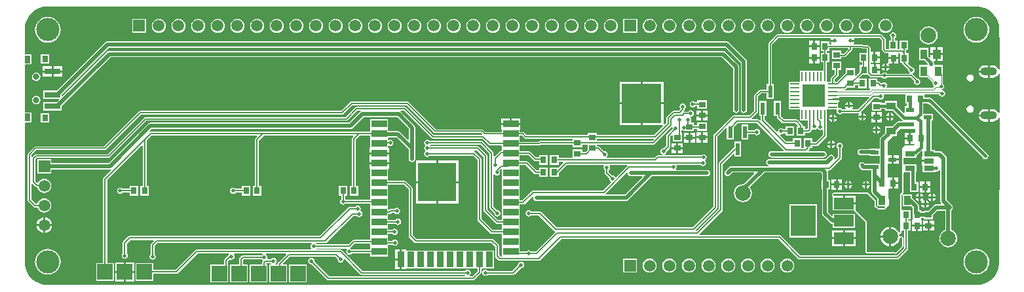
<source format=gtl>
G04*
G04 #@! TF.GenerationSoftware,Altium Limited,Altium Designer,19.0.14 (431)*
G04*
G04 Layer_Physical_Order=1*
G04 Layer_Color=255*
%FSLAX44Y44*%
%MOMM*%
G71*
G01*
G75*
%ADD10C,0.2500*%
%ADD12C,0.3000*%
%ADD13C,0.1520*%
%ADD14C,0.2000*%
%ADD16C,0.1270*%
%ADD19R,0.9140X1.2190*%
%ADD20R,2.0000X2.0000*%
%ADD21R,0.8000X0.9000*%
%ADD22R,0.9000X1.3000*%
%ADD23R,1.1000X1.3000*%
%ADD24R,0.9000X0.8000*%
%ADD25R,0.2032X1.2000*%
%ADD26R,1.2000X0.2032*%
%ADD27R,5.1000X5.1000*%
%ADD28R,1.0500X0.6000*%
%ADD29R,2.5000X1.5000*%
%ADD30R,3.2500X4.0000*%
%ADD31R,0.6000X1.6000*%
%ADD32R,1.2190X0.9140*%
%ADD33R,1.3000X0.7000*%
%ADD34R,2.0000X0.9000*%
%ADD35R,0.9000X2.0000*%
%ADD36R,5.0000X5.0000*%
%ADD37R,2.0000X0.8001*%
%ADD38R,0.8001X1.0000*%
%ADD39R,0.8001X0.8999*%
%ADD44R,3.0000X3.0000*%
%ADD67C,3.0000*%
G04:AMPARAMS|DCode=68|XSize=2mm|YSize=2mm|CornerRadius=1mm|HoleSize=0mm|Usage=FLASHONLY|Rotation=0.000|XOffset=0mm|YOffset=0mm|HoleType=Round|Shape=RoundedRectangle|*
%AMROUNDEDRECTD68*
21,1,2.0000,0.0000,0,0,0.0*
21,1,0.0000,2.0000,0,0,0.0*
1,1,2.0000,0.0000,0.0000*
1,1,2.0000,0.0000,0.0000*
1,1,2.0000,0.0000,0.0000*
1,1,2.0000,0.0000,0.0000*
%
%ADD68ROUNDEDRECTD68*%
%ADD69C,0.5000*%
%ADD70C,0.1250*%
%ADD71C,0.4500*%
%ADD72C,0.4000*%
%ADD73C,0.1000*%
%ADD74R,3.0000X4.0000*%
G04:AMPARAMS|DCode=75|XSize=2.15mm|YSize=1.05mm|CornerRadius=0.525mm|HoleSize=0mm|Usage=FLASHONLY|Rotation=180.000|XOffset=0mm|YOffset=0mm|HoleType=Round|Shape=RoundedRectangle|*
%AMROUNDEDRECTD75*
21,1,2.1500,0.0000,0,0,180.0*
21,1,1.1000,1.0500,0,0,180.0*
1,1,1.0500,-0.5500,0.0000*
1,1,1.0500,0.5500,0.0000*
1,1,1.0500,0.5500,0.0000*
1,1,1.0500,-0.5500,0.0000*
%
%ADD75ROUNDEDRECTD75*%
%ADD76C,1.0000*%
%ADD77C,1.5000*%
%ADD78R,1.5000X1.5000*%
%ADD79R,1.5000X1.5000*%
%ADD80C,0.8001*%
%ADD81C,0.5000*%
G36*
X327500Y1245220D02*
X327500Y1245220D01*
X1527500Y1245220D01*
X1529433Y1245171D01*
X1533255Y1244569D01*
X1536965Y1243473D01*
X1540500Y1241902D01*
X1543799Y1239884D01*
X1546808Y1237451D01*
X1549473Y1234648D01*
X1551749Y1231520D01*
X1553597Y1228121D01*
X1554986Y1224511D01*
X1555892Y1220750D01*
X1556299Y1216904D01*
X1556250Y1214970D01*
X1556250Y1214970D01*
X1556250Y1214970D01*
X1556500Y1196470D01*
Y1164302D01*
X1555230Y1164050D01*
X1554825Y1165029D01*
X1553576Y1166656D01*
X1551949Y1167905D01*
X1550054Y1168689D01*
X1548020Y1168957D01*
X1543790D01*
Y1161100D01*
Y1153243D01*
X1548020D01*
X1550054Y1153511D01*
X1551949Y1154296D01*
X1553576Y1155544D01*
X1554825Y1157171D01*
X1555230Y1158150D01*
X1556500Y1157898D01*
Y1114220D01*
X1556492Y1107963D01*
X1555222Y1107711D01*
X1554924Y1108429D01*
X1553676Y1110056D01*
X1552049Y1111305D01*
X1550154Y1112089D01*
X1548120Y1112357D01*
X1543890D01*
Y1104500D01*
Y1096643D01*
X1548120D01*
X1550154Y1096910D01*
X1552049Y1097695D01*
X1553676Y1098944D01*
X1554924Y1100571D01*
X1555214Y1101270D01*
X1556484Y1101016D01*
X1556250Y913208D01*
X1556159Y911283D01*
X1555476Y907491D01*
X1554304Y903821D01*
X1552663Y900334D01*
X1550581Y897092D01*
X1548093Y894150D01*
X1545243Y891557D01*
X1542079Y889359D01*
X1538655Y887592D01*
X1535029Y886287D01*
X1531264Y885467D01*
X1527425Y885145D01*
X1525500Y885237D01*
X1525500Y885237D01*
X1525500Y885237D01*
X327500D01*
X325570Y885140D01*
X321716Y885451D01*
X317937Y886263D01*
X314296Y887561D01*
X310855Y889323D01*
X307674Y891519D01*
X304807Y894112D01*
X302303Y897057D01*
X300204Y900303D01*
X298548Y903796D01*
X297361Y907475D01*
X296665Y911277D01*
X296567Y913208D01*
X296568Y913208D01*
X296527Y1094577D01*
X297425Y1095475D01*
X305775D01*
Y1108523D01*
X296524D01*
X296510Y1169578D01*
X297408Y1170477D01*
X305775D01*
Y1183525D01*
X296507D01*
X296500Y1216470D01*
X296574Y1218428D01*
X297231Y1222291D01*
X298387Y1226036D01*
X300022Y1229598D01*
X302108Y1232915D01*
X304609Y1235933D01*
X307482Y1238598D01*
X310679Y1240865D01*
X314144Y1242695D01*
X317819Y1244057D01*
X321640Y1244929D01*
X325542Y1245294D01*
X327500Y1245220D01*
D02*
G37*
%LPC*%
G36*
X453524Y1229494D02*
X435476D01*
Y1211446D01*
X453524D01*
Y1229494D01*
D02*
G37*
G36*
X1088124Y1229494D02*
X1070076D01*
Y1211446D01*
X1088124D01*
Y1229494D01*
D02*
G37*
G36*
X1054100Y1229572D02*
X1051744Y1229262D01*
X1049549Y1228352D01*
X1047664Y1226906D01*
X1046218Y1225021D01*
X1045308Y1222826D01*
X1044998Y1220470D01*
X1045308Y1218114D01*
X1046218Y1215919D01*
X1047664Y1214034D01*
X1049549Y1212588D01*
X1051744Y1211678D01*
X1054100Y1211368D01*
X1056456Y1211678D01*
X1058651Y1212588D01*
X1060536Y1214034D01*
X1061982Y1215919D01*
X1062892Y1218114D01*
X1063202Y1220470D01*
X1062892Y1222826D01*
X1061982Y1225021D01*
X1060536Y1226906D01*
X1058651Y1228352D01*
X1056456Y1229262D01*
X1054100Y1229572D01*
D02*
G37*
G36*
X1028700D02*
X1026344Y1229262D01*
X1024149Y1228352D01*
X1022264Y1226906D01*
X1020818Y1225021D01*
X1019908Y1222826D01*
X1019598Y1220470D01*
X1019908Y1218114D01*
X1020818Y1215919D01*
X1022264Y1214034D01*
X1024149Y1212588D01*
X1026344Y1211678D01*
X1028700Y1211368D01*
X1031056Y1211678D01*
X1033251Y1212588D01*
X1035136Y1214034D01*
X1036582Y1215919D01*
X1037492Y1218114D01*
X1037802Y1220470D01*
X1037492Y1222826D01*
X1036582Y1225021D01*
X1035136Y1226906D01*
X1033251Y1228352D01*
X1031056Y1229262D01*
X1028700Y1229572D01*
D02*
G37*
G36*
X1003300D02*
X1000944Y1229262D01*
X998749Y1228352D01*
X996864Y1226906D01*
X995418Y1225021D01*
X994508Y1222826D01*
X994198Y1220470D01*
X994508Y1218114D01*
X995418Y1215919D01*
X996864Y1214034D01*
X998749Y1212588D01*
X1000944Y1211678D01*
X1003300Y1211368D01*
X1005656Y1211678D01*
X1007851Y1212588D01*
X1009736Y1214034D01*
X1011182Y1215919D01*
X1012092Y1218114D01*
X1012402Y1220470D01*
X1012092Y1222826D01*
X1011182Y1225021D01*
X1009736Y1226906D01*
X1007851Y1228352D01*
X1005656Y1229262D01*
X1003300Y1229572D01*
D02*
G37*
G36*
X977900D02*
X975544Y1229262D01*
X973349Y1228352D01*
X971464Y1226906D01*
X970018Y1225021D01*
X969108Y1222826D01*
X968798Y1220470D01*
X969108Y1218114D01*
X970018Y1215919D01*
X971464Y1214034D01*
X973349Y1212588D01*
X975544Y1211678D01*
X977900Y1211368D01*
X980256Y1211678D01*
X982451Y1212588D01*
X984336Y1214034D01*
X985782Y1215919D01*
X986692Y1218114D01*
X987002Y1220470D01*
X986692Y1222826D01*
X985782Y1225021D01*
X984336Y1226906D01*
X982451Y1228352D01*
X980256Y1229262D01*
X977900Y1229572D01*
D02*
G37*
G36*
X952500D02*
X950144Y1229262D01*
X947949Y1228352D01*
X946064Y1226906D01*
X944618Y1225021D01*
X943708Y1222826D01*
X943398Y1220470D01*
X943708Y1218114D01*
X944618Y1215919D01*
X946064Y1214034D01*
X947949Y1212588D01*
X950144Y1211678D01*
X952500Y1211368D01*
X954856Y1211678D01*
X957051Y1212588D01*
X958936Y1214034D01*
X960382Y1215919D01*
X961292Y1218114D01*
X961602Y1220470D01*
X961292Y1222826D01*
X960382Y1225021D01*
X958936Y1226906D01*
X957051Y1228352D01*
X954856Y1229262D01*
X952500Y1229572D01*
D02*
G37*
G36*
X927100D02*
X924744Y1229262D01*
X922549Y1228352D01*
X920664Y1226906D01*
X919218Y1225021D01*
X918308Y1222826D01*
X917998Y1220470D01*
X918308Y1218114D01*
X919218Y1215919D01*
X920664Y1214034D01*
X922549Y1212588D01*
X924744Y1211678D01*
X927100Y1211368D01*
X929456Y1211678D01*
X931651Y1212588D01*
X933536Y1214034D01*
X934982Y1215919D01*
X935892Y1218114D01*
X936202Y1220470D01*
X935892Y1222826D01*
X934982Y1225021D01*
X933536Y1226906D01*
X931651Y1228352D01*
X929456Y1229262D01*
X927100Y1229572D01*
D02*
G37*
G36*
X901700D02*
X899344Y1229262D01*
X897149Y1228352D01*
X895264Y1226906D01*
X893818Y1225021D01*
X892908Y1222826D01*
X892598Y1220470D01*
X892908Y1218114D01*
X893818Y1215919D01*
X895264Y1214034D01*
X897149Y1212588D01*
X899344Y1211678D01*
X901700Y1211368D01*
X904056Y1211678D01*
X906251Y1212588D01*
X908136Y1214034D01*
X909582Y1215919D01*
X910492Y1218114D01*
X910802Y1220470D01*
X910492Y1222826D01*
X909582Y1225021D01*
X908136Y1226906D01*
X906251Y1228352D01*
X904056Y1229262D01*
X901700Y1229572D01*
D02*
G37*
G36*
X876300D02*
X873944Y1229262D01*
X871749Y1228352D01*
X869864Y1226906D01*
X868418Y1225021D01*
X867508Y1222826D01*
X867198Y1220470D01*
X867508Y1218114D01*
X868418Y1215919D01*
X869864Y1214034D01*
X871749Y1212588D01*
X873944Y1211678D01*
X876300Y1211368D01*
X878656Y1211678D01*
X880851Y1212588D01*
X882736Y1214034D01*
X884182Y1215919D01*
X885092Y1218114D01*
X885402Y1220470D01*
X885092Y1222826D01*
X884182Y1225021D01*
X882736Y1226906D01*
X880851Y1228352D01*
X878656Y1229262D01*
X876300Y1229572D01*
D02*
G37*
G36*
X850900D02*
X848544Y1229262D01*
X846349Y1228352D01*
X844464Y1226906D01*
X843018Y1225021D01*
X842108Y1222826D01*
X841798Y1220470D01*
X842108Y1218114D01*
X843018Y1215919D01*
X844464Y1214034D01*
X846349Y1212588D01*
X848544Y1211678D01*
X850900Y1211368D01*
X853256Y1211678D01*
X855451Y1212588D01*
X857336Y1214034D01*
X858782Y1215919D01*
X859692Y1218114D01*
X860002Y1220470D01*
X859692Y1222826D01*
X858782Y1225021D01*
X857336Y1226906D01*
X855451Y1228352D01*
X853256Y1229262D01*
X850900Y1229572D01*
D02*
G37*
G36*
X825500D02*
X823144Y1229262D01*
X820949Y1228352D01*
X819064Y1226906D01*
X817618Y1225021D01*
X816708Y1222826D01*
X816398Y1220470D01*
X816708Y1218114D01*
X817618Y1215919D01*
X819064Y1214034D01*
X820949Y1212588D01*
X823144Y1211678D01*
X825500Y1211368D01*
X827856Y1211678D01*
X830051Y1212588D01*
X831936Y1214034D01*
X833382Y1215919D01*
X834292Y1218114D01*
X834602Y1220470D01*
X834292Y1222826D01*
X833382Y1225021D01*
X831936Y1226906D01*
X830051Y1228352D01*
X827856Y1229262D01*
X825500Y1229572D01*
D02*
G37*
G36*
X800100D02*
X797744Y1229262D01*
X795549Y1228352D01*
X793664Y1226906D01*
X792218Y1225021D01*
X791308Y1222826D01*
X790998Y1220470D01*
X791308Y1218114D01*
X792218Y1215919D01*
X793664Y1214034D01*
X795549Y1212588D01*
X797744Y1211678D01*
X800100Y1211368D01*
X802456Y1211678D01*
X804651Y1212588D01*
X806536Y1214034D01*
X807982Y1215919D01*
X808892Y1218114D01*
X809202Y1220470D01*
X808892Y1222826D01*
X807982Y1225021D01*
X806536Y1226906D01*
X804651Y1228352D01*
X802456Y1229262D01*
X800100Y1229572D01*
D02*
G37*
G36*
X774700D02*
X772344Y1229262D01*
X770149Y1228352D01*
X768264Y1226906D01*
X766818Y1225021D01*
X765908Y1222826D01*
X765598Y1220470D01*
X765908Y1218114D01*
X766818Y1215919D01*
X768264Y1214034D01*
X770149Y1212588D01*
X772344Y1211678D01*
X774700Y1211368D01*
X777056Y1211678D01*
X779251Y1212588D01*
X781136Y1214034D01*
X782582Y1215919D01*
X783492Y1218114D01*
X783802Y1220470D01*
X783492Y1222826D01*
X782582Y1225021D01*
X781136Y1226906D01*
X779251Y1228352D01*
X777056Y1229262D01*
X774700Y1229572D01*
D02*
G37*
G36*
X749300D02*
X746944Y1229262D01*
X744749Y1228352D01*
X742864Y1226906D01*
X741418Y1225021D01*
X740508Y1222826D01*
X740198Y1220470D01*
X740508Y1218114D01*
X741418Y1215919D01*
X742864Y1214034D01*
X744749Y1212588D01*
X746944Y1211678D01*
X749300Y1211368D01*
X751656Y1211678D01*
X753851Y1212588D01*
X755736Y1214034D01*
X757182Y1215919D01*
X758092Y1218114D01*
X758402Y1220470D01*
X758092Y1222826D01*
X757182Y1225021D01*
X755736Y1226906D01*
X753851Y1228352D01*
X751656Y1229262D01*
X749300Y1229572D01*
D02*
G37*
G36*
X723900D02*
X721544Y1229262D01*
X719349Y1228352D01*
X717464Y1226906D01*
X716018Y1225021D01*
X715108Y1222826D01*
X714798Y1220470D01*
X715108Y1218114D01*
X716018Y1215919D01*
X717464Y1214034D01*
X719349Y1212588D01*
X721544Y1211678D01*
X723900Y1211368D01*
X726256Y1211678D01*
X728451Y1212588D01*
X730336Y1214034D01*
X731782Y1215919D01*
X732692Y1218114D01*
X733002Y1220470D01*
X732692Y1222826D01*
X731782Y1225021D01*
X730336Y1226906D01*
X728451Y1228352D01*
X726256Y1229262D01*
X723900Y1229572D01*
D02*
G37*
G36*
X698500D02*
X696144Y1229262D01*
X693949Y1228352D01*
X692064Y1226906D01*
X690618Y1225021D01*
X689708Y1222826D01*
X689398Y1220470D01*
X689708Y1218114D01*
X690618Y1215919D01*
X692064Y1214034D01*
X693949Y1212588D01*
X696144Y1211678D01*
X698500Y1211368D01*
X700856Y1211678D01*
X703051Y1212588D01*
X704936Y1214034D01*
X706382Y1215919D01*
X707292Y1218114D01*
X707602Y1220470D01*
X707292Y1222826D01*
X706382Y1225021D01*
X704936Y1226906D01*
X703051Y1228352D01*
X700856Y1229262D01*
X698500Y1229572D01*
D02*
G37*
G36*
X673100D02*
X670744Y1229262D01*
X668549Y1228352D01*
X666664Y1226906D01*
X665218Y1225021D01*
X664308Y1222826D01*
X663998Y1220470D01*
X664308Y1218114D01*
X665218Y1215919D01*
X666664Y1214034D01*
X668549Y1212588D01*
X670744Y1211678D01*
X673100Y1211368D01*
X675456Y1211678D01*
X677651Y1212588D01*
X679536Y1214034D01*
X680982Y1215919D01*
X681892Y1218114D01*
X682202Y1220470D01*
X681892Y1222826D01*
X680982Y1225021D01*
X679536Y1226906D01*
X677651Y1228352D01*
X675456Y1229262D01*
X673100Y1229572D01*
D02*
G37*
G36*
X647700D02*
X645344Y1229262D01*
X643149Y1228352D01*
X641264Y1226906D01*
X639818Y1225021D01*
X638908Y1222826D01*
X638598Y1220470D01*
X638908Y1218114D01*
X639818Y1215919D01*
X641264Y1214034D01*
X643149Y1212588D01*
X645344Y1211678D01*
X647700Y1211368D01*
X650056Y1211678D01*
X652251Y1212588D01*
X654136Y1214034D01*
X655582Y1215919D01*
X656492Y1218114D01*
X656802Y1220470D01*
X656492Y1222826D01*
X655582Y1225021D01*
X654136Y1226906D01*
X652251Y1228352D01*
X650056Y1229262D01*
X647700Y1229572D01*
D02*
G37*
G36*
X622300D02*
X619944Y1229262D01*
X617749Y1228352D01*
X615864Y1226906D01*
X614418Y1225021D01*
X613508Y1222826D01*
X613198Y1220470D01*
X613508Y1218114D01*
X614418Y1215919D01*
X615864Y1214034D01*
X617749Y1212588D01*
X619944Y1211678D01*
X622300Y1211368D01*
X624656Y1211678D01*
X626851Y1212588D01*
X628736Y1214034D01*
X630182Y1215919D01*
X631092Y1218114D01*
X631402Y1220470D01*
X631092Y1222826D01*
X630182Y1225021D01*
X628736Y1226906D01*
X626851Y1228352D01*
X624656Y1229262D01*
X622300Y1229572D01*
D02*
G37*
G36*
X596900D02*
X594544Y1229262D01*
X592349Y1228352D01*
X590464Y1226906D01*
X589018Y1225021D01*
X588108Y1222826D01*
X587798Y1220470D01*
X588108Y1218114D01*
X589018Y1215919D01*
X590464Y1214034D01*
X592349Y1212588D01*
X594544Y1211678D01*
X596900Y1211368D01*
X599256Y1211678D01*
X601451Y1212588D01*
X603336Y1214034D01*
X604782Y1215919D01*
X605692Y1218114D01*
X606002Y1220470D01*
X605692Y1222826D01*
X604782Y1225021D01*
X603336Y1226906D01*
X601451Y1228352D01*
X599256Y1229262D01*
X596900Y1229572D01*
D02*
G37*
G36*
X571500D02*
X569144Y1229262D01*
X566949Y1228352D01*
X565064Y1226906D01*
X563618Y1225021D01*
X562708Y1222826D01*
X562398Y1220470D01*
X562708Y1218114D01*
X563618Y1215919D01*
X565064Y1214034D01*
X566949Y1212588D01*
X569144Y1211678D01*
X571500Y1211368D01*
X573856Y1211678D01*
X576051Y1212588D01*
X577936Y1214034D01*
X579382Y1215919D01*
X580292Y1218114D01*
X580602Y1220470D01*
X580292Y1222826D01*
X579382Y1225021D01*
X577936Y1226906D01*
X576051Y1228352D01*
X573856Y1229262D01*
X571500Y1229572D01*
D02*
G37*
G36*
X546100D02*
X543744Y1229262D01*
X541549Y1228352D01*
X539664Y1226906D01*
X538218Y1225021D01*
X537308Y1222826D01*
X536998Y1220470D01*
X537308Y1218114D01*
X538218Y1215919D01*
X539664Y1214034D01*
X541549Y1212588D01*
X543744Y1211678D01*
X546100Y1211368D01*
X548456Y1211678D01*
X550651Y1212588D01*
X552536Y1214034D01*
X553982Y1215919D01*
X554892Y1218114D01*
X555202Y1220470D01*
X554892Y1222826D01*
X553982Y1225021D01*
X552536Y1226906D01*
X550651Y1228352D01*
X548456Y1229262D01*
X546100Y1229572D01*
D02*
G37*
G36*
X520700D02*
X518344Y1229262D01*
X516149Y1228352D01*
X514264Y1226906D01*
X512818Y1225021D01*
X511908Y1222826D01*
X511598Y1220470D01*
X511908Y1218114D01*
X512818Y1215919D01*
X514264Y1214034D01*
X516149Y1212588D01*
X518344Y1211678D01*
X520700Y1211368D01*
X523056Y1211678D01*
X525251Y1212588D01*
X527136Y1214034D01*
X528582Y1215919D01*
X529492Y1218114D01*
X529802Y1220470D01*
X529492Y1222826D01*
X528582Y1225021D01*
X527136Y1226906D01*
X525251Y1228352D01*
X523056Y1229262D01*
X520700Y1229572D01*
D02*
G37*
G36*
X495300D02*
X492944Y1229262D01*
X490749Y1228352D01*
X488864Y1226906D01*
X487418Y1225021D01*
X486508Y1222826D01*
X486198Y1220470D01*
X486508Y1218114D01*
X487418Y1215919D01*
X488864Y1214034D01*
X490749Y1212588D01*
X492944Y1211678D01*
X495300Y1211368D01*
X497656Y1211678D01*
X499851Y1212588D01*
X501736Y1214034D01*
X503182Y1215919D01*
X504092Y1218114D01*
X504402Y1220470D01*
X504092Y1222826D01*
X503182Y1225021D01*
X501736Y1226906D01*
X499851Y1228352D01*
X497656Y1229262D01*
X495300Y1229572D01*
D02*
G37*
G36*
X469900D02*
X467544Y1229262D01*
X465349Y1228352D01*
X463464Y1226906D01*
X462018Y1225021D01*
X461108Y1222826D01*
X460798Y1220470D01*
X461108Y1218114D01*
X462018Y1215919D01*
X463464Y1214034D01*
X465349Y1212588D01*
X467544Y1211678D01*
X469900Y1211368D01*
X472256Y1211678D01*
X474451Y1212588D01*
X476336Y1214034D01*
X477782Y1215919D01*
X478692Y1218114D01*
X479002Y1220470D01*
X478692Y1222826D01*
X477782Y1225021D01*
X476336Y1226906D01*
X474451Y1228352D01*
X472256Y1229262D01*
X469900Y1229572D01*
D02*
G37*
G36*
X1409300Y1229572D02*
X1406944Y1229262D01*
X1404749Y1228352D01*
X1402864Y1226906D01*
X1401418Y1225021D01*
X1400508Y1222826D01*
X1400198Y1220470D01*
X1400508Y1218114D01*
X1401418Y1215919D01*
X1402864Y1214034D01*
X1404749Y1212588D01*
X1406944Y1211678D01*
X1409300Y1211368D01*
X1411656Y1211678D01*
X1413851Y1212588D01*
X1415736Y1214034D01*
X1417182Y1215919D01*
X1418092Y1218114D01*
X1418402Y1220470D01*
X1418092Y1222826D01*
X1417182Y1225021D01*
X1415736Y1226906D01*
X1413851Y1228352D01*
X1411656Y1229262D01*
X1409300Y1229572D01*
D02*
G37*
G36*
X1383900D02*
X1381544Y1229262D01*
X1379349Y1228352D01*
X1377464Y1226906D01*
X1376018Y1225021D01*
X1375108Y1222826D01*
X1374798Y1220470D01*
X1375108Y1218114D01*
X1376018Y1215919D01*
X1377464Y1214034D01*
X1379349Y1212588D01*
X1381544Y1211678D01*
X1383900Y1211368D01*
X1386256Y1211678D01*
X1388451Y1212588D01*
X1390336Y1214034D01*
X1391782Y1215919D01*
X1392692Y1218114D01*
X1393002Y1220470D01*
X1392692Y1222826D01*
X1391782Y1225021D01*
X1390336Y1226906D01*
X1388451Y1228352D01*
X1386256Y1229262D01*
X1383900Y1229572D01*
D02*
G37*
G36*
X1358500D02*
X1356144Y1229262D01*
X1353949Y1228352D01*
X1352064Y1226906D01*
X1350618Y1225021D01*
X1349708Y1222826D01*
X1349398Y1220470D01*
X1349708Y1218114D01*
X1350618Y1215919D01*
X1352064Y1214034D01*
X1353949Y1212588D01*
X1356144Y1211678D01*
X1358500Y1211368D01*
X1360856Y1211678D01*
X1363051Y1212588D01*
X1364936Y1214034D01*
X1366382Y1215919D01*
X1367292Y1218114D01*
X1367602Y1220470D01*
X1367292Y1222826D01*
X1366382Y1225021D01*
X1364936Y1226906D01*
X1363051Y1228352D01*
X1360856Y1229262D01*
X1358500Y1229572D01*
D02*
G37*
G36*
X1333100D02*
X1330744Y1229262D01*
X1328549Y1228352D01*
X1326664Y1226906D01*
X1325218Y1225021D01*
X1324308Y1222826D01*
X1323998Y1220470D01*
X1324308Y1218114D01*
X1325218Y1215919D01*
X1326664Y1214034D01*
X1328549Y1212588D01*
X1330744Y1211678D01*
X1333100Y1211368D01*
X1335456Y1211678D01*
X1337651Y1212588D01*
X1339536Y1214034D01*
X1340982Y1215919D01*
X1341892Y1218114D01*
X1342202Y1220470D01*
X1341892Y1222826D01*
X1340982Y1225021D01*
X1339536Y1226906D01*
X1337651Y1228352D01*
X1335456Y1229262D01*
X1333100Y1229572D01*
D02*
G37*
G36*
X1307700D02*
X1305344Y1229262D01*
X1303149Y1228352D01*
X1301264Y1226906D01*
X1299818Y1225021D01*
X1298908Y1222826D01*
X1298598Y1220470D01*
X1298908Y1218114D01*
X1299818Y1215919D01*
X1301264Y1214034D01*
X1303149Y1212588D01*
X1305344Y1211678D01*
X1307700Y1211368D01*
X1310056Y1211678D01*
X1312251Y1212588D01*
X1314136Y1214034D01*
X1315582Y1215919D01*
X1316492Y1218114D01*
X1316802Y1220470D01*
X1316492Y1222826D01*
X1315582Y1225021D01*
X1314136Y1226906D01*
X1312251Y1228352D01*
X1310056Y1229262D01*
X1307700Y1229572D01*
D02*
G37*
G36*
X1282300D02*
X1279944Y1229262D01*
X1277749Y1228352D01*
X1275864Y1226906D01*
X1274418Y1225021D01*
X1273508Y1222826D01*
X1273198Y1220470D01*
X1273508Y1218114D01*
X1274418Y1215919D01*
X1275864Y1214034D01*
X1277749Y1212588D01*
X1279944Y1211678D01*
X1282300Y1211368D01*
X1284656Y1211678D01*
X1286851Y1212588D01*
X1288736Y1214034D01*
X1290182Y1215919D01*
X1291092Y1218114D01*
X1291402Y1220470D01*
X1291092Y1222826D01*
X1290182Y1225021D01*
X1288736Y1226906D01*
X1286851Y1228352D01*
X1284656Y1229262D01*
X1282300Y1229572D01*
D02*
G37*
G36*
X1256900D02*
X1254544Y1229262D01*
X1252349Y1228352D01*
X1250464Y1226906D01*
X1249018Y1225021D01*
X1248108Y1222826D01*
X1247798Y1220470D01*
X1248108Y1218114D01*
X1249018Y1215919D01*
X1250464Y1214034D01*
X1252349Y1212588D01*
X1254544Y1211678D01*
X1256900Y1211368D01*
X1259256Y1211678D01*
X1261451Y1212588D01*
X1263336Y1214034D01*
X1264782Y1215919D01*
X1265692Y1218114D01*
X1266002Y1220470D01*
X1265692Y1222826D01*
X1264782Y1225021D01*
X1263336Y1226906D01*
X1261451Y1228352D01*
X1259256Y1229262D01*
X1256900Y1229572D01*
D02*
G37*
G36*
X1231500D02*
X1229144Y1229262D01*
X1226949Y1228352D01*
X1225064Y1226906D01*
X1223618Y1225021D01*
X1222708Y1222826D01*
X1222398Y1220470D01*
X1222708Y1218114D01*
X1223618Y1215919D01*
X1225064Y1214034D01*
X1226949Y1212588D01*
X1229144Y1211678D01*
X1231500Y1211368D01*
X1233856Y1211678D01*
X1236051Y1212588D01*
X1237936Y1214034D01*
X1239382Y1215919D01*
X1240292Y1218114D01*
X1240602Y1220470D01*
X1240292Y1222826D01*
X1239382Y1225021D01*
X1237936Y1226906D01*
X1236051Y1228352D01*
X1233856Y1229262D01*
X1231500Y1229572D01*
D02*
G37*
G36*
X1206100D02*
X1203744Y1229262D01*
X1201549Y1228352D01*
X1199664Y1226906D01*
X1198218Y1225021D01*
X1197308Y1222826D01*
X1196998Y1220470D01*
X1197308Y1218114D01*
X1198218Y1215919D01*
X1199664Y1214034D01*
X1201549Y1212588D01*
X1203744Y1211678D01*
X1206100Y1211368D01*
X1208456Y1211678D01*
X1210651Y1212588D01*
X1212536Y1214034D01*
X1213982Y1215919D01*
X1214892Y1218114D01*
X1215202Y1220470D01*
X1214892Y1222826D01*
X1213982Y1225021D01*
X1212536Y1226906D01*
X1210651Y1228352D01*
X1208456Y1229262D01*
X1206100Y1229572D01*
D02*
G37*
G36*
X1180700D02*
X1178344Y1229262D01*
X1176149Y1228352D01*
X1174264Y1226906D01*
X1172818Y1225021D01*
X1171908Y1222826D01*
X1171598Y1220470D01*
X1171908Y1218114D01*
X1172818Y1215919D01*
X1174264Y1214034D01*
X1176149Y1212588D01*
X1178344Y1211678D01*
X1180700Y1211368D01*
X1183056Y1211678D01*
X1185251Y1212588D01*
X1187136Y1214034D01*
X1188582Y1215919D01*
X1189492Y1218114D01*
X1189802Y1220470D01*
X1189492Y1222826D01*
X1188582Y1225021D01*
X1187136Y1226906D01*
X1185251Y1228352D01*
X1183056Y1229262D01*
X1180700Y1229572D01*
D02*
G37*
G36*
X1155300D02*
X1152944Y1229262D01*
X1150749Y1228352D01*
X1148864Y1226906D01*
X1147418Y1225021D01*
X1146508Y1222826D01*
X1146198Y1220470D01*
X1146508Y1218114D01*
X1147418Y1215919D01*
X1148864Y1214034D01*
X1150749Y1212588D01*
X1152944Y1211678D01*
X1155300Y1211368D01*
X1157656Y1211678D01*
X1159851Y1212588D01*
X1161736Y1214034D01*
X1163182Y1215919D01*
X1164092Y1218114D01*
X1164402Y1220470D01*
X1164092Y1222826D01*
X1163182Y1225021D01*
X1161736Y1226906D01*
X1159851Y1228352D01*
X1157656Y1229262D01*
X1155300Y1229572D01*
D02*
G37*
G36*
X1129900D02*
X1127544Y1229262D01*
X1125349Y1228352D01*
X1123464Y1226906D01*
X1122018Y1225021D01*
X1121108Y1222826D01*
X1120798Y1220470D01*
X1121108Y1218114D01*
X1122018Y1215919D01*
X1123464Y1214034D01*
X1125349Y1212588D01*
X1127544Y1211678D01*
X1129900Y1211368D01*
X1132256Y1211678D01*
X1134451Y1212588D01*
X1136336Y1214034D01*
X1137782Y1215919D01*
X1138692Y1218114D01*
X1139002Y1220470D01*
X1138692Y1222826D01*
X1137782Y1225021D01*
X1136336Y1226906D01*
X1134451Y1228352D01*
X1132256Y1229262D01*
X1129900Y1229572D01*
D02*
G37*
G36*
X1104500D02*
X1102144Y1229262D01*
X1099949Y1228352D01*
X1098064Y1226906D01*
X1096618Y1225021D01*
X1095708Y1222826D01*
X1095398Y1220470D01*
X1095708Y1218114D01*
X1096618Y1215919D01*
X1098064Y1214034D01*
X1099949Y1212588D01*
X1102144Y1211678D01*
X1104500Y1211368D01*
X1106856Y1211678D01*
X1109051Y1212588D01*
X1110936Y1214034D01*
X1112382Y1215919D01*
X1113292Y1218114D01*
X1113602Y1220470D01*
X1113292Y1222826D01*
X1112382Y1225021D01*
X1110936Y1226906D01*
X1109051Y1228352D01*
X1106856Y1229262D01*
X1104500Y1229572D01*
D02*
G37*
G36*
X1526500Y1231824D02*
X1523261Y1231505D01*
X1520146Y1230560D01*
X1517275Y1229026D01*
X1514759Y1226961D01*
X1512694Y1224445D01*
X1511160Y1221574D01*
X1510215Y1218459D01*
X1509896Y1215220D01*
X1510215Y1211981D01*
X1511160Y1208866D01*
X1512694Y1205995D01*
X1514759Y1203479D01*
X1517275Y1201414D01*
X1520146Y1199880D01*
X1523261Y1198935D01*
X1526500Y1198616D01*
X1529739Y1198935D01*
X1532854Y1199880D01*
X1535725Y1201414D01*
X1538241Y1203479D01*
X1540306Y1205995D01*
X1541840Y1208866D01*
X1542785Y1211981D01*
X1543104Y1215220D01*
X1542785Y1218459D01*
X1541840Y1221574D01*
X1540306Y1224445D01*
X1538241Y1226961D01*
X1535725Y1229026D01*
X1532854Y1230560D01*
X1529739Y1231505D01*
X1526500Y1231824D01*
D02*
G37*
G36*
X326500D02*
X323261Y1231505D01*
X320146Y1230560D01*
X317275Y1229026D01*
X314759Y1226961D01*
X312694Y1224445D01*
X311160Y1221574D01*
X310215Y1218459D01*
X309896Y1215220D01*
X310215Y1211981D01*
X311160Y1208866D01*
X312694Y1205995D01*
X314759Y1203479D01*
X317275Y1201414D01*
X320146Y1199880D01*
X323261Y1198935D01*
X326500Y1198616D01*
X329739Y1198935D01*
X332854Y1199880D01*
X335725Y1201414D01*
X338241Y1203479D01*
X340306Y1205995D01*
X341840Y1208866D01*
X342785Y1211981D01*
X343104Y1215220D01*
X342785Y1218459D01*
X341840Y1221574D01*
X340306Y1224445D01*
X338241Y1226961D01*
X335725Y1229026D01*
X332854Y1230560D01*
X329739Y1231505D01*
X326500Y1231824D01*
D02*
G37*
G36*
X1464750Y1219623D02*
X1461742Y1219227D01*
X1458938Y1218066D01*
X1456531Y1216219D01*
X1454684Y1213812D01*
X1453523Y1211008D01*
X1453127Y1208000D01*
X1453523Y1204992D01*
X1454684Y1202188D01*
X1456531Y1199781D01*
X1458938Y1197934D01*
X1461742Y1196773D01*
X1464750Y1196377D01*
X1467758Y1196773D01*
X1470562Y1197934D01*
X1472969Y1199781D01*
X1474816Y1202188D01*
X1475977Y1204992D01*
X1476373Y1208000D01*
X1475977Y1211008D01*
X1474816Y1213812D01*
X1472969Y1216219D01*
X1470562Y1218066D01*
X1467758Y1219227D01*
X1464750Y1219623D01*
D02*
G37*
G36*
X1419000Y1212103D02*
X1417430Y1211790D01*
X1416099Y1210901D01*
X1415210Y1209570D01*
X1414897Y1208000D01*
X1415210Y1206430D01*
X1416099Y1205099D01*
X1416427Y1204880D01*
Y1201024D01*
X1413476D01*
Y1189888D01*
X1409965D01*
X1409329Y1190524D01*
Y1202500D01*
X1409151Y1203391D01*
X1408647Y1204147D01*
X1404147Y1208647D01*
X1403391Y1209152D01*
X1402500Y1209329D01*
X1270000D01*
X1269109Y1209152D01*
X1268353Y1208647D01*
X1268353Y1208647D01*
X1258353Y1198647D01*
X1257849Y1197891D01*
X1257671Y1197000D01*
Y1145023D01*
X1255476D01*
Y1137828D01*
X1247499D01*
X1247499Y1137828D01*
X1246608Y1137650D01*
X1245852Y1137145D01*
X1240353Y1131647D01*
X1239848Y1130891D01*
X1239671Y1130000D01*
Y1110965D01*
X1233035Y1104329D01*
X1213000D01*
X1213000Y1104329D01*
X1212109Y1104152D01*
X1211353Y1103647D01*
X1188101Y1080395D01*
X1188015Y1080378D01*
X1187180Y1079820D01*
X1186622Y1078985D01*
X1186427Y1078000D01*
Y986066D01*
X1159934Y959573D01*
X984066D01*
X963820Y979820D01*
X962985Y980378D01*
X962000Y980574D01*
X951120D01*
X950901Y980901D01*
X949570Y981790D01*
X948000Y982103D01*
X946430Y981790D01*
X945099Y980901D01*
X944210Y979570D01*
X943897Y978000D01*
X944210Y976430D01*
X945099Y975099D01*
X946430Y974210D01*
X948000Y973897D01*
X949570Y974210D01*
X950901Y975099D01*
X951120Y975426D01*
X960934D01*
X981180Y955180D01*
X981555Y954930D01*
X981663Y954738D01*
X981803Y953636D01*
X981749Y953389D01*
X956934Y928574D01*
X951120D01*
X950901Y928901D01*
X949570Y929790D01*
X948000Y930103D01*
X946430Y929790D01*
X945099Y928901D01*
X944880Y928574D01*
X936274D01*
X936274Y934600D01*
X936274Y935544D01*
Y946356D01*
X936274Y947300D01*
X936274Y948244D01*
Y959674D01*
X936274D01*
Y960326D01*
X936274D01*
Y971756D01*
X936274Y972700D01*
X936274Y973644D01*
Y984456D01*
X936274Y985400D01*
X936274Y986344D01*
Y989177D01*
X940750D01*
X941735Y989372D01*
X942570Y989930D01*
X953634Y1000994D01*
X954620Y1000185D01*
X954210Y999570D01*
X953897Y998000D01*
X954210Y996430D01*
X955099Y995099D01*
X956430Y994210D01*
X958000Y993897D01*
X1074000D01*
X1075570Y994210D01*
X1076901Y995099D01*
X1107599Y1025797D01*
X1178600D01*
X1180170Y1026109D01*
X1181501Y1026999D01*
X1182391Y1028330D01*
X1182703Y1029900D01*
X1182391Y1031470D01*
X1181501Y1032801D01*
X1180170Y1033690D01*
X1178600Y1034003D01*
X1138747D01*
X1138184Y1035273D01*
X1138791Y1036180D01*
X1139103Y1037750D01*
X1138823Y1039154D01*
X1139032Y1039772D01*
X1139381Y1040424D01*
X1169878D01*
X1170097Y1040097D01*
X1171428Y1039207D01*
X1172998Y1038895D01*
X1174568Y1039207D01*
X1175899Y1040097D01*
X1176788Y1041428D01*
X1177101Y1042998D01*
X1176788Y1044568D01*
X1176190Y1045463D01*
X1175908Y1045917D01*
X1176458Y1047053D01*
X1176901Y1047349D01*
X1177791Y1048680D01*
X1178103Y1050250D01*
X1177791Y1051820D01*
X1176901Y1053151D01*
X1175570Y1054041D01*
X1174000Y1054353D01*
X1172430Y1054041D01*
X1171099Y1053151D01*
X1170880Y1052823D01*
X1123362D01*
X1123237Y1054093D01*
X1123820Y1054210D01*
X1125151Y1055099D01*
X1126040Y1056430D01*
X1126353Y1058000D01*
X1126276Y1058387D01*
X1129820Y1061930D01*
X1130378Y1062765D01*
X1130574Y1063750D01*
Y1076684D01*
X1132803Y1078913D01*
X1133976Y1078427D01*
Y1070476D01*
X1146024D01*
Y1081524D01*
X1145598D01*
Y1084906D01*
X1146868Y1085585D01*
X1147430Y1085210D01*
X1149000Y1084897D01*
X1149726Y1084301D01*
Y1084226D01*
X1161774D01*
Y1087177D01*
X1165976D01*
Y1084476D01*
X1178024D01*
Y1095524D01*
X1165976D01*
Y1092323D01*
X1161774D01*
Y1095274D01*
X1157779D01*
X1157198Y1096544D01*
X1157791Y1097430D01*
X1158103Y1099000D01*
X1157791Y1100570D01*
X1157060Y1101663D01*
X1157121Y1102060D01*
X1157291Y1102499D01*
X1157594Y1102966D01*
X1158820Y1103210D01*
X1160151Y1104099D01*
X1161040Y1105430D01*
X1161353Y1107000D01*
X1161040Y1108570D01*
X1160151Y1109901D01*
X1158820Y1110790D01*
X1157250Y1111103D01*
X1155680Y1110790D01*
X1154349Y1109901D01*
X1153966Y1109329D01*
X1149418D01*
X1149080Y1109776D01*
X1148810Y1110599D01*
X1149149Y1111106D01*
X1149326Y1111998D01*
Y1112714D01*
X1149899Y1113097D01*
X1150788Y1114428D01*
X1151100Y1115998D01*
X1150788Y1117568D01*
X1149899Y1118899D01*
X1148568Y1119788D01*
X1146998Y1120101D01*
X1145428Y1119788D01*
X1144097Y1118899D01*
X1143207Y1117568D01*
X1142895Y1115998D01*
X1143207Y1114428D01*
X1144097Y1113097D01*
X1144160Y1112453D01*
X1142035Y1110329D01*
X1135000D01*
X1134109Y1110152D01*
X1133353Y1109647D01*
X1126353Y1102647D01*
X1125848Y1101891D01*
X1125671Y1101000D01*
Y1094965D01*
X1123310Y1092603D01*
X1122040Y1093129D01*
Y1118730D01*
X1095270D01*
Y1091960D01*
X1120871D01*
X1121397Y1090690D01*
X1110035Y1079329D01*
X1036024D01*
Y1081524D01*
X1023976D01*
Y1079329D01*
X944965D01*
X941997Y1082297D01*
X941241Y1082802D01*
X940350Y1082979D01*
X936274D01*
Y1086310D01*
X937290D01*
Y1092080D01*
X924750D01*
X912210D01*
Y1086310D01*
X913226D01*
Y1082979D01*
X892315D01*
X889647Y1085647D01*
X888891Y1086152D01*
X888000Y1086329D01*
X827965D01*
X792647Y1121647D01*
X791891Y1122151D01*
X791000Y1122329D01*
X719000D01*
X718109Y1122151D01*
X717353Y1121647D01*
X717353Y1121647D01*
X706035Y1110329D01*
X446000D01*
X445109Y1110152D01*
X444353Y1109647D01*
X444353Y1109647D01*
X399035Y1064329D01*
X310750D01*
X309859Y1064152D01*
X309103Y1063647D01*
X309103Y1063647D01*
X301353Y1055897D01*
X300849Y1055141D01*
X300671Y1054250D01*
Y995000D01*
X300849Y994109D01*
X301353Y993353D01*
X308353Y986353D01*
X309109Y985848D01*
X310000Y985671D01*
X313205D01*
X313208Y985644D01*
X314118Y983449D01*
X315564Y981564D01*
X317449Y980118D01*
X319644Y979208D01*
X322000Y978898D01*
X324356Y979208D01*
X326551Y980118D01*
X328436Y981564D01*
X329882Y983449D01*
X330792Y985644D01*
X331102Y988000D01*
X330792Y990356D01*
X329882Y992551D01*
X328436Y994436D01*
X326551Y995882D01*
X324356Y996792D01*
X322000Y997102D01*
X319644Y996792D01*
X317449Y995882D01*
X315564Y994436D01*
X314118Y992551D01*
X313208Y990356D01*
X313205Y990329D01*
X310965D01*
X305329Y995965D01*
Y1015877D01*
X305636Y1016095D01*
X306599Y1016358D01*
X310353Y1012603D01*
X311109Y1012098D01*
X312000Y1011921D01*
X313134Y1011608D01*
X313208Y1011044D01*
X314118Y1008849D01*
X315564Y1006964D01*
X317449Y1005518D01*
X319644Y1004608D01*
X322000Y1004298D01*
X324356Y1004608D01*
X326551Y1005518D01*
X328436Y1006964D01*
X329882Y1008849D01*
X330792Y1011044D01*
X331102Y1013400D01*
X330792Y1015756D01*
X329882Y1017951D01*
X328436Y1019836D01*
X326551Y1021282D01*
X324356Y1022192D01*
X322000Y1022502D01*
X319644Y1022192D01*
X317449Y1021282D01*
X315564Y1019836D01*
X314118Y1017951D01*
X313892Y1017406D01*
X312406Y1017137D01*
X310329Y1019215D01*
Y1047535D01*
X312465Y1049671D01*
X405000D01*
X405891Y1049848D01*
X406647Y1050353D01*
X453965Y1097671D01*
X712250D01*
X713141Y1097849D01*
X713897Y1098353D01*
X726215Y1110671D01*
X730462D01*
X730847Y1109401D01*
X730099Y1108901D01*
X716301Y1095103D01*
X459000D01*
X457430Y1094790D01*
X456099Y1093901D01*
X405101Y1042903D01*
X331024D01*
Y1047824D01*
X312976D01*
Y1029776D01*
X331024D01*
Y1034697D01*
X406800D01*
X408000Y1034936D01*
X408638Y1033777D01*
X398780Y1023920D01*
X398222Y1023085D01*
X398027Y1022100D01*
Y913524D01*
X389076D01*
Y890476D01*
X412124D01*
Y913524D01*
X403173D01*
Y1021034D01*
X447753Y1065614D01*
X448927Y1065128D01*
Y1013024D01*
X445976D01*
Y1000976D01*
X457024D01*
Y1013024D01*
X454073D01*
Y1071934D01*
X460216Y1078077D01*
X596778D01*
X597264Y1076903D01*
X595180Y1074820D01*
X594622Y1073985D01*
X594426Y1073000D01*
Y1013024D01*
X591476D01*
Y1000976D01*
X602524D01*
Y1013024D01*
X599574D01*
Y1071934D01*
X605716Y1078077D01*
X720778D01*
X721264Y1076903D01*
X720180Y1075820D01*
X719622Y1074985D01*
X719427Y1074000D01*
Y1013024D01*
X716476D01*
Y1000976D01*
X727524D01*
Y1013024D01*
X724574D01*
Y1072934D01*
X729716Y1078077D01*
X742328D01*
X743226Y1077178D01*
X743226Y1074300D01*
X743226Y1073356D01*
Y1062290D01*
X742210D01*
Y1056520D01*
X767290D01*
Y1062290D01*
X766274D01*
Y1064635D01*
X767221Y1065141D01*
X767544Y1065187D01*
X769000Y1064897D01*
X770570Y1065210D01*
X771901Y1066099D01*
X772791Y1067430D01*
X773103Y1069000D01*
X772791Y1070570D01*
X771901Y1071901D01*
X770570Y1072791D01*
X769000Y1073103D01*
X767544Y1072813D01*
X767221Y1072859D01*
X766274Y1073365D01*
Y1074999D01*
X767172Y1075897D01*
X777301D01*
X792897Y1060301D01*
Y1048000D01*
X793210Y1046430D01*
X794099Y1045099D01*
X795430Y1044210D01*
X797000Y1043897D01*
X798570Y1044210D01*
X799901Y1045099D01*
X800790Y1046430D01*
X801103Y1048000D01*
Y1062000D01*
Y1089000D01*
X800790Y1090570D01*
X799901Y1091901D01*
X782901Y1108901D01*
X782153Y1109401D01*
X782538Y1110671D01*
X787035D01*
X822353Y1075353D01*
X822353Y1075353D01*
X823109Y1074848D01*
X824000Y1074671D01*
X888035D01*
X896403Y1066303D01*
X897159Y1065798D01*
X898050Y1065621D01*
X898050Y1065621D01*
X912328D01*
X913226Y1064723D01*
X913226Y1061600D01*
X913226Y1060656D01*
Y1058745D01*
X912172D01*
X911187Y1058549D01*
X910352Y1057991D01*
X903844Y1051483D01*
X902573Y1052009D01*
Y1056000D01*
X902378Y1056985D01*
X901820Y1057820D01*
X888822Y1070818D01*
X887987Y1071375D01*
X887002Y1071571D01*
X820118D01*
X819900Y1071899D01*
X818568Y1072788D01*
X816998Y1073101D01*
X815428Y1072788D01*
X814097Y1071899D01*
X813208Y1070568D01*
X812896Y1068998D01*
X813208Y1067428D01*
X814097Y1066097D01*
X813945Y1064671D01*
X813210Y1063570D01*
X812897Y1062000D01*
X813210Y1060430D01*
X813947Y1059326D01*
X814099Y1057951D01*
Y1057900D01*
X814097Y1057899D01*
X813208Y1056568D01*
X812896Y1054998D01*
X813208Y1053428D01*
X814097Y1052097D01*
X815428Y1051207D01*
X816998Y1050895D01*
X818568Y1051207D01*
X819900Y1052097D01*
X820118Y1052424D01*
X874998D01*
X875780Y1052580D01*
X881627Y1046734D01*
Y969800D01*
X881822Y968815D01*
X882380Y967980D01*
X898530Y951830D01*
X899365Y951272D01*
X900350Y951077D01*
X912328D01*
X913226Y950179D01*
X913226Y947300D01*
X913226Y946356D01*
Y935544D01*
X913226Y934600D01*
X913226Y933656D01*
Y922226D01*
X912226Y921573D01*
X912066D01*
X909573Y924066D01*
Y936000D01*
X909378Y936985D01*
X908820Y937820D01*
X902820Y943820D01*
X901985Y944378D01*
X901000Y944573D01*
X803066D01*
X797873Y949766D01*
Y1009700D01*
X797678Y1010685D01*
X797120Y1011520D01*
X789670Y1018970D01*
X788835Y1019528D01*
X787850Y1019724D01*
X767172D01*
X766274Y1020621D01*
X766274Y1023500D01*
X766274Y1024444D01*
Y1035510D01*
X767290D01*
Y1041280D01*
X742210D01*
Y1035510D01*
X743226D01*
Y1024444D01*
X743226Y1023500D01*
X743226Y1022556D01*
Y1011744D01*
X743226Y1010800D01*
X743226Y1009856D01*
Y999044D01*
X743226Y998100D01*
X743226Y997156D01*
Y995573D01*
X711120D01*
X710901Y995901D01*
X710574Y996120D01*
Y1000976D01*
X713524D01*
Y1013024D01*
X702476D01*
Y1000976D01*
X705427D01*
Y996120D01*
X705099Y995901D01*
X704210Y994570D01*
X703897Y993000D01*
X704210Y991430D01*
X705099Y990099D01*
X706430Y989210D01*
X708000Y988897D01*
X709570Y989210D01*
X710901Y990099D01*
X711120Y990426D01*
X743226D01*
X743226Y985400D01*
X743226Y984456D01*
Y973644D01*
X743226Y972700D01*
X743226Y971756D01*
Y960944D01*
X743226Y960000D01*
X743226Y959056D01*
Y948244D01*
X743226Y947300D01*
X743226Y946356D01*
Y943523D01*
X722000D01*
X721015Y943328D01*
X720180Y942770D01*
X714984Y937573D01*
X673558D01*
X673081Y938157D01*
X673682Y939426D01*
X685000D01*
X685985Y939622D01*
X686820Y940180D01*
X721064Y974425D01*
X725879D01*
X726097Y974097D01*
X727429Y973207D01*
X728998Y972895D01*
X730569Y973207D01*
X731900Y974097D01*
X732789Y975428D01*
X733101Y976998D01*
X732789Y978568D01*
X731900Y979899D01*
X730569Y980789D01*
X730560Y982085D01*
X730790Y982430D01*
X731103Y984000D01*
X730790Y985570D01*
X729901Y986901D01*
X728570Y987791D01*
X727000Y988103D01*
X725430Y987791D01*
X724099Y986901D01*
X723880Y986573D01*
X717150D01*
X716165Y986378D01*
X715330Y985820D01*
X678084Y948573D01*
X432000D01*
X431015Y948378D01*
X430180Y947820D01*
X424180Y941820D01*
X423622Y940985D01*
X423427Y940000D01*
Y926120D01*
X423099Y925901D01*
X422210Y924570D01*
X421897Y923000D01*
X422210Y921430D01*
X423099Y920099D01*
X424430Y919210D01*
X426000Y918897D01*
X427570Y919210D01*
X428901Y920099D01*
X429790Y921430D01*
X430103Y923000D01*
X429790Y924570D01*
X428901Y925901D01*
X428573Y926120D01*
Y938934D01*
X433066Y943427D01*
X463128D01*
X463614Y942253D01*
X460180Y938820D01*
X459622Y937985D01*
X459426Y937000D01*
Y925120D01*
X459099Y924901D01*
X458209Y923570D01*
X457897Y922000D01*
X458209Y920430D01*
X459099Y919099D01*
X460430Y918210D01*
X462000Y917897D01*
X463570Y918210D01*
X464901Y919099D01*
X465790Y920430D01*
X466103Y922000D01*
X465790Y923570D01*
X464901Y924901D01*
X464573Y925120D01*
Y935934D01*
X468066Y939426D01*
X667096D01*
X667481Y938157D01*
X667099Y937901D01*
X666209Y936570D01*
X665897Y935000D01*
X666209Y933430D01*
X667099Y932099D01*
X667107Y932094D01*
X666722Y930824D01*
X519000D01*
X518015Y930628D01*
X517180Y930070D01*
X491684Y904574D01*
X462924D01*
Y913524D01*
X439876D01*
Y890476D01*
X462924D01*
Y899426D01*
X492750D01*
X493735Y899622D01*
X494570Y900180D01*
X520066Y925677D01*
X560147D01*
X560768Y924407D01*
X560603Y924159D01*
X560352Y923991D01*
X555180Y918820D01*
X554622Y917985D01*
X554427Y917000D01*
Y911524D01*
X536476D01*
Y888476D01*
X559524D01*
Y908751D01*
X559574Y909000D01*
Y915934D01*
X562082Y918442D01*
X562430Y918210D01*
X564000Y917897D01*
X565570Y918210D01*
X566901Y919099D01*
X567790Y920430D01*
X568103Y922000D01*
X567790Y923570D01*
X567232Y924407D01*
X567853Y925677D01*
X603470D01*
X603855Y924407D01*
X603099Y923901D01*
X602880Y923574D01*
X578750D01*
X577765Y923378D01*
X576930Y922820D01*
X574180Y920070D01*
X573622Y919235D01*
X573427Y918250D01*
Y911524D01*
X561876D01*
Y888476D01*
X584924D01*
Y911524D01*
X578573D01*
Y917184D01*
X579816Y918427D01*
X602880D01*
X603099Y918099D01*
X604037Y917472D01*
X604383Y916022D01*
X604180Y915820D01*
X603622Y914985D01*
X603427Y914000D01*
Y911524D01*
X587276D01*
Y888476D01*
X610324D01*
Y911524D01*
X608573D01*
Y912934D01*
X609066Y913427D01*
X614556D01*
X615087Y912794D01*
X614543Y911524D01*
X612676D01*
Y888476D01*
X635724D01*
Y911524D01*
X630573D01*
X630087Y912697D01*
X638816Y921427D01*
X698184D01*
X700974Y918636D01*
X700897Y918250D01*
X701209Y916680D01*
X702099Y915349D01*
X703430Y914460D01*
X705000Y914147D01*
X706570Y914460D01*
X707901Y915349D01*
X708791Y916680D01*
X709103Y918250D01*
X709050Y918514D01*
X710221Y919140D01*
X730180Y899180D01*
X731015Y898622D01*
X732000Y898427D01*
X865442D01*
X865919Y897843D01*
X865318Y896573D01*
X690066D01*
X671026Y915613D01*
X671103Y916000D01*
X670790Y917570D01*
X669901Y918901D01*
X668570Y919790D01*
X667000Y920103D01*
X665430Y919790D01*
X664099Y918901D01*
X663210Y917570D01*
X662897Y916000D01*
X663210Y914430D01*
X664099Y913099D01*
X665430Y912209D01*
X667000Y911897D01*
X667386Y911974D01*
X687180Y892180D01*
X688015Y891622D01*
X689000Y891426D01*
X876300D01*
X877285Y891622D01*
X878120Y892180D01*
X886020Y900080D01*
X886578Y900915D01*
X886773Y901900D01*
Y905828D01*
X887672Y906726D01*
X890550Y906726D01*
X891494Y906726D01*
X902924D01*
Y929774D01*
X891494D01*
X890550Y929774D01*
X889606Y929774D01*
X878794D01*
X877850Y929774D01*
X876906Y929774D01*
X866094D01*
X865150Y929774D01*
X864206Y929774D01*
X853394D01*
X852450Y929774D01*
X851506Y929774D01*
X840694D01*
X839750Y929774D01*
X838806Y929774D01*
X827994D01*
X827050Y929774D01*
X826106Y929774D01*
X815294D01*
X814350Y929774D01*
X813406Y929774D01*
X802594D01*
X801650Y929774D01*
X800706Y929774D01*
X789640D01*
Y930790D01*
X783870D01*
Y918250D01*
Y905710D01*
X789640D01*
Y906726D01*
X800706D01*
X801650Y906726D01*
X802594Y906726D01*
X813406D01*
X814350Y906726D01*
X815294Y906726D01*
X826106D01*
X827050Y906726D01*
X827994Y906726D01*
X838806D01*
X839750Y906726D01*
X840694Y906726D01*
X851506D01*
X852450Y906726D01*
X853394Y906726D01*
X864206D01*
X865150Y906726D01*
X866094Y906726D01*
X876906D01*
X877850Y906726D01*
X878794Y906726D01*
X881627D01*
Y902966D01*
X875234Y896573D01*
X871904D01*
X871519Y897843D01*
X871901Y898099D01*
X872791Y899430D01*
X873103Y901000D01*
X872791Y902570D01*
X871901Y903901D01*
X870570Y904790D01*
X869000Y905103D01*
X867430Y904790D01*
X866099Y903901D01*
X865880Y903574D01*
X733066D01*
X706570Y930070D01*
X705735Y930628D01*
X704750Y930824D01*
X674511D01*
X673872Y932094D01*
X674119Y932427D01*
X712722D01*
X713107Y931157D01*
X713099Y931151D01*
X712209Y929820D01*
X711897Y928250D01*
X712209Y926680D01*
X713099Y925349D01*
X714430Y924460D01*
X716000Y924147D01*
X717570Y924460D01*
X718901Y925349D01*
X719120Y925677D01*
X743226D01*
Y922226D01*
X766274D01*
Y933656D01*
X766274Y934600D01*
X766274Y935544D01*
Y937427D01*
X771880D01*
X772099Y937099D01*
X773430Y936209D01*
X775000Y935897D01*
X776570Y936209D01*
X777901Y937099D01*
X778791Y938430D01*
X779103Y940000D01*
X778791Y941570D01*
X777901Y942901D01*
X776570Y943791D01*
X775000Y944103D01*
X773430Y943791D01*
X772099Y942901D01*
X771880Y942573D01*
X766274D01*
X766274Y947300D01*
X766274Y948244D01*
Y951077D01*
X771832D01*
X773130Y950210D01*
X774700Y949897D01*
X776270Y950210D01*
X777601Y951099D01*
X778491Y952430D01*
X778803Y954000D01*
X778491Y955570D01*
X777601Y956901D01*
X776270Y957791D01*
X774700Y958103D01*
X773130Y957791D01*
X771799Y956901D01*
X771346Y956224D01*
X767172D01*
X766274Y957122D01*
X766274Y960000D01*
X766274Y960944D01*
Y964426D01*
X775880D01*
X776099Y964099D01*
X777430Y963210D01*
X779000Y962897D01*
X780570Y963210D01*
X781901Y964099D01*
X782791Y965430D01*
X783103Y967000D01*
X782791Y968570D01*
X781901Y969901D01*
X780570Y970790D01*
X779000Y971103D01*
X777430Y970790D01*
X776099Y969901D01*
X775880Y969573D01*
X767172D01*
X766274Y970471D01*
X766274Y972700D01*
X766274Y973644D01*
Y976477D01*
X767750D01*
X768735Y976672D01*
X769570Y977230D01*
X770766Y978427D01*
X774630D01*
X774849Y978099D01*
X776180Y977209D01*
X777750Y976897D01*
X779320Y977209D01*
X780651Y978099D01*
X781541Y979430D01*
X781853Y981000D01*
X781541Y982570D01*
X780651Y983901D01*
X779320Y984790D01*
X777750Y985103D01*
X776180Y984790D01*
X774849Y983901D01*
X774630Y983573D01*
X769700D01*
X768715Y983378D01*
X767880Y982820D01*
X767544Y982483D01*
X766274Y983009D01*
X766274Y985400D01*
X766274Y986344D01*
Y997156D01*
X766274Y998100D01*
X766274Y999044D01*
Y1009856D01*
X766274Y1010800D01*
X766274Y1011744D01*
Y1014577D01*
X786784D01*
X792727Y1008634D01*
Y948700D01*
X792922Y947715D01*
X793480Y946880D01*
X800180Y940180D01*
X801015Y939622D01*
X802000Y939426D01*
X899934D01*
X904426Y934934D01*
Y923000D01*
X904622Y922015D01*
X905180Y921180D01*
X909180Y917180D01*
X910015Y916622D01*
X911000Y916426D01*
X961000D01*
X961985Y916622D01*
X962820Y917180D01*
X990066Y944427D01*
X1270934D01*
X1296180Y919180D01*
X1297015Y918622D01*
X1298000Y918427D01*
X1424750D01*
X1425735Y918622D01*
X1426570Y919180D01*
X1437570Y930180D01*
X1438128Y931015D01*
X1438323Y932000D01*
Y955976D01*
X1441274D01*
Y968024D01*
X1438323D01*
Y970226D01*
X1441274D01*
Y982274D01*
X1430920D01*
X1430226Y982274D01*
X1429650Y983305D01*
Y1001509D01*
X1430019Y1001748D01*
X1430481Y1001641D01*
X1431289Y1001056D01*
Y987381D01*
X1442366D01*
X1444147Y985600D01*
Y977750D01*
X1444226Y977354D01*
Y970310D01*
X1444226Y970226D01*
X1444023Y969040D01*
X1443210D01*
Y963270D01*
X1449750D01*
X1456290D01*
Y969040D01*
X1455477D01*
X1455274Y970226D01*
X1455274Y970310D01*
Y971997D01*
X1458726D01*
Y970426D01*
X1470774D01*
Y975672D01*
X1476624Y981522D01*
X1486147D01*
Y956274D01*
X1484438Y955566D01*
X1482031Y953719D01*
X1480184Y951312D01*
X1479023Y948508D01*
X1478627Y945500D01*
X1479023Y942492D01*
X1480184Y939688D01*
X1482031Y937281D01*
X1484438Y935434D01*
X1487242Y934273D01*
X1490250Y933877D01*
X1493258Y934273D01*
X1496062Y935434D01*
X1498469Y937281D01*
X1500316Y939688D01*
X1501477Y942492D01*
X1501873Y945500D01*
X1501477Y948508D01*
X1500316Y951312D01*
X1498469Y953719D01*
X1496062Y955566D01*
X1494353Y956274D01*
Y982176D01*
X1494901Y982724D01*
X1495791Y984055D01*
X1496103Y985625D01*
X1496066Y985813D01*
X1496103Y986000D01*
X1495791Y987570D01*
X1494901Y988901D01*
X1493771Y989656D01*
X1488103Y995325D01*
Y1049000D01*
X1487791Y1050570D01*
X1486901Y1051901D01*
X1481901Y1056901D01*
X1480570Y1057791D01*
X1479000Y1058103D01*
X1473024D01*
Y1060024D01*
X1468478D01*
Y1097726D01*
X1470524D01*
Y1106774D01*
X1457848D01*
Y1119976D01*
X1459524D01*
Y1120267D01*
X1462987D01*
X1463099Y1120099D01*
X1464430Y1119210D01*
X1465577Y1118981D01*
X1534373Y1050185D01*
X1535099Y1049099D01*
X1536430Y1048210D01*
X1538000Y1047897D01*
X1539570Y1048210D01*
X1540901Y1049099D01*
X1541790Y1050430D01*
X1542103Y1052000D01*
X1541790Y1053570D01*
X1540901Y1054901D01*
X1539815Y1055627D01*
X1469721Y1125721D01*
X1468473Y1126555D01*
X1467689Y1126711D01*
X1467570Y1126790D01*
X1467503Y1126804D01*
X1467471Y1126836D01*
X1466223Y1127670D01*
X1464750Y1127963D01*
X1459524D01*
Y1131964D01*
X1478137D01*
X1478286Y1131218D01*
X1479175Y1129887D01*
X1480506Y1128997D01*
X1482076Y1128685D01*
X1483646Y1128997D01*
X1484977Y1129887D01*
X1485867Y1131218D01*
X1486179Y1132788D01*
X1485867Y1134358D01*
X1484977Y1135689D01*
X1483646Y1136579D01*
X1482324Y1136842D01*
X1482076Y1136891D01*
X1482016Y1138099D01*
X1482187Y1138133D01*
X1482570Y1138210D01*
X1483901Y1139099D01*
X1484104Y1139403D01*
X1484176Y1139451D01*
X1484651Y1140162D01*
X1484668Y1140246D01*
X1484790Y1140430D01*
X1485103Y1142000D01*
X1484790Y1143570D01*
X1483901Y1144901D01*
X1483191Y1145376D01*
Y1153670D01*
X1483330D01*
Y1169718D01*
X1472846D01*
X1472040Y1170700D01*
X1472100Y1171000D01*
X1471788Y1172570D01*
X1471244Y1173384D01*
X1471482Y1174236D01*
X1471705Y1174654D01*
X1474036D01*
Y1182424D01*
X1467266D01*
Y1179475D01*
X1466092Y1178989D01*
X1464330Y1180752D01*
Y1191718D01*
X1452282D01*
Y1175670D01*
X1459248D01*
X1463898Y1171020D01*
X1463894Y1171000D01*
X1463954Y1170700D01*
X1463148Y1169718D01*
X1452282D01*
Y1153670D01*
X1463231D01*
X1470064Y1146837D01*
X1469897Y1146000D01*
X1470210Y1144430D01*
X1471099Y1143099D01*
X1471406Y1142893D01*
X1471531Y1141629D01*
X1470037Y1140136D01*
X1411273D01*
X1410674Y1141256D01*
X1410791Y1141430D01*
X1411103Y1143000D01*
X1410791Y1144570D01*
X1409901Y1145901D01*
X1408570Y1146790D01*
X1407000Y1147103D01*
X1405430Y1146790D01*
X1404467Y1146148D01*
X1403292D01*
X1401820Y1147620D01*
X1400985Y1148178D01*
X1400000Y1148373D01*
X1398524D01*
Y1151824D01*
X1387476D01*
Y1139776D01*
X1388884D01*
X1389411Y1138506D01*
X1387886Y1136981D01*
X1357085D01*
X1357067Y1137025D01*
X1356874Y1138251D01*
X1357388Y1138594D01*
X1359069Y1140276D01*
X1370024D01*
Y1143471D01*
X1373476D01*
Y1139776D01*
X1384524D01*
Y1151824D01*
X1375477D01*
X1374991Y1152997D01*
X1379470Y1157477D01*
X1386250D01*
X1389374Y1154353D01*
X1389374Y1154353D01*
X1390130Y1153848D01*
X1391021Y1153671D01*
X1391021Y1153671D01*
X1404716D01*
X1405099Y1153099D01*
X1406430Y1152209D01*
X1408000Y1151897D01*
X1409570Y1152209D01*
X1410901Y1153099D01*
X1411284Y1153671D01*
X1441835D01*
X1446164Y1149342D01*
X1445897Y1148000D01*
X1446210Y1146430D01*
X1447099Y1145099D01*
X1448430Y1144210D01*
X1450000Y1143897D01*
X1451570Y1144210D01*
X1452901Y1145099D01*
X1453790Y1146430D01*
X1454103Y1148000D01*
X1453790Y1149570D01*
X1452901Y1150901D01*
X1451570Y1151790D01*
X1450000Y1152103D01*
X1449992Y1152101D01*
X1444447Y1157647D01*
X1444051Y1157911D01*
X1444064Y1158768D01*
X1444142Y1159251D01*
X1444145Y1159259D01*
X1445401Y1160099D01*
X1446290Y1161430D01*
X1446603Y1163000D01*
X1446290Y1164570D01*
X1445401Y1165901D01*
X1444070Y1166790D01*
X1442500Y1167103D01*
X1442113Y1167026D01*
X1437587Y1171553D01*
X1438073Y1172726D01*
X1438774D01*
Y1184774D01*
X1435884D01*
X1435698Y1185000D01*
Y1188976D01*
X1438524D01*
Y1201024D01*
X1427476D01*
Y1189888D01*
X1424524D01*
Y1201024D01*
X1421573D01*
Y1204880D01*
X1421901Y1205099D01*
X1422791Y1206430D01*
X1423103Y1208000D01*
X1422791Y1209570D01*
X1421901Y1210901D01*
X1420570Y1211790D01*
X1419000Y1212103D01*
D02*
G37*
G36*
X1483346Y1192734D02*
X1476576D01*
Y1184964D01*
X1483346D01*
Y1192734D01*
D02*
G37*
G36*
X1474036D02*
X1467266D01*
Y1184964D01*
X1474036D01*
Y1192734D01*
D02*
G37*
G36*
X1483346Y1182424D02*
X1476576D01*
Y1174654D01*
X1483346D01*
Y1182424D01*
D02*
G37*
G36*
X328274Y1183525D02*
X317225D01*
Y1171477D01*
X328274D01*
Y1183525D01*
D02*
G37*
G36*
X345041Y1167811D02*
X333771D01*
Y1162540D01*
X345041D01*
Y1167811D01*
D02*
G37*
G36*
X331231D02*
X319961D01*
Y1162540D01*
X331231D01*
Y1167811D01*
D02*
G37*
G36*
X1541250Y1168957D02*
X1537020D01*
X1534986Y1168689D01*
X1533091Y1167905D01*
X1531464Y1166656D01*
X1530215Y1165029D01*
X1529431Y1163134D01*
X1529330Y1162370D01*
X1541250D01*
Y1168957D01*
D02*
G37*
G36*
X345041Y1160000D02*
X333771D01*
Y1154730D01*
X345041D01*
Y1160000D01*
D02*
G37*
G36*
X331231D02*
X319961D01*
Y1154730D01*
X331231D01*
Y1160000D01*
D02*
G37*
G36*
X1541250Y1159830D02*
X1529330D01*
X1529431Y1159066D01*
X1530215Y1157171D01*
X1531464Y1155544D01*
X1533091Y1154296D01*
X1534986Y1153511D01*
X1537020Y1153243D01*
X1541250D01*
Y1159830D01*
D02*
G37*
G36*
X311500Y1160134D02*
X309345Y1159705D01*
X307517Y1158484D01*
X306296Y1156657D01*
X305867Y1154501D01*
X306296Y1152346D01*
X307517Y1150518D01*
X309345Y1149297D01*
X311500Y1148868D01*
X313656Y1149297D01*
X315483Y1150518D01*
X316704Y1152346D01*
X317133Y1154501D01*
X316704Y1156657D01*
X315483Y1158484D01*
X313656Y1159705D01*
X311500Y1160134D01*
D02*
G37*
G36*
X1518420Y1157413D02*
X1516655Y1157061D01*
X1515158Y1156062D01*
X1514158Y1154565D01*
X1513807Y1152800D01*
X1514158Y1151035D01*
X1515158Y1149538D01*
X1516655Y1148539D01*
X1518420Y1148187D01*
X1520185Y1148539D01*
X1521682Y1149538D01*
X1522681Y1151035D01*
X1523033Y1152800D01*
X1522681Y1154565D01*
X1521682Y1156062D01*
X1520185Y1157061D01*
X1518420Y1157413D01*
D02*
G37*
G36*
X1178024Y1124024D02*
X1165976D01*
Y1121329D01*
X1163284D01*
X1162901Y1121901D01*
X1161570Y1122791D01*
X1160000Y1123103D01*
X1158430Y1122791D01*
X1157099Y1121901D01*
X1156209Y1120570D01*
X1155897Y1119000D01*
X1156209Y1117430D01*
X1157099Y1116099D01*
X1158430Y1115210D01*
X1160000Y1114897D01*
X1161570Y1115210D01*
X1162901Y1116099D01*
X1163284Y1116671D01*
X1165976D01*
Y1112976D01*
X1178024D01*
Y1124024D01*
D02*
G37*
G36*
X1122040Y1148040D02*
X1095270D01*
Y1121270D01*
X1122040D01*
Y1148040D01*
D02*
G37*
G36*
X1092730D02*
X1065960D01*
Y1121270D01*
X1092730D01*
Y1148040D01*
D02*
G37*
G36*
X311500Y1130132D02*
X309345Y1129703D01*
X307517Y1128482D01*
X306296Y1126654D01*
X305867Y1124499D01*
X306296Y1122343D01*
X307517Y1120516D01*
X309345Y1119295D01*
X311500Y1118866D01*
X313656Y1119295D01*
X315483Y1120516D01*
X316704Y1122343D01*
X317133Y1124499D01*
X316704Y1126654D01*
X315483Y1128482D01*
X313656Y1129703D01*
X311500Y1130132D01*
D02*
G37*
G36*
X1518420Y1117413D02*
X1516655Y1117061D01*
X1515158Y1116062D01*
X1514158Y1114565D01*
X1513807Y1112800D01*
X1514158Y1111035D01*
X1515158Y1109538D01*
X1516655Y1108539D01*
X1518420Y1108187D01*
X1520185Y1108539D01*
X1521682Y1109538D01*
X1522681Y1111035D01*
X1523033Y1112800D01*
X1522681Y1114565D01*
X1521682Y1116062D01*
X1520185Y1117061D01*
X1518420Y1117413D01*
D02*
G37*
G36*
X1204000Y1200103D02*
X403230D01*
X401660Y1199790D01*
X400329Y1198901D01*
X338222Y1136795D01*
X320977D01*
Y1125746D01*
X340515D01*
X341001Y1124573D01*
X338222Y1121794D01*
X320977D01*
Y1110745D01*
X344025D01*
Y1115991D01*
X407699Y1179666D01*
X1197532D01*
X1211897Y1165301D01*
Y1111499D01*
X1212209Y1109929D01*
X1213099Y1108598D01*
X1214430Y1107708D01*
X1216000Y1107396D01*
X1217570Y1107708D01*
X1218901Y1108598D01*
X1219790Y1109929D01*
X1220103Y1111499D01*
Y1167000D01*
X1219790Y1168570D01*
X1218901Y1169901D01*
X1202132Y1186670D01*
X1200801Y1187560D01*
X1199231Y1187872D01*
X406000D01*
X404430Y1187560D01*
X403099Y1186670D01*
X345198Y1128769D01*
X344025Y1129255D01*
Y1130993D01*
X404929Y1191897D01*
X1202301D01*
X1221897Y1172301D01*
Y1111499D01*
X1222209Y1109929D01*
X1223099Y1108598D01*
X1224430Y1107708D01*
X1226000Y1107396D01*
X1227570Y1107708D01*
X1228901Y1108598D01*
X1229790Y1109929D01*
X1230103Y1111499D01*
Y1174000D01*
X1229790Y1175570D01*
X1228901Y1176901D01*
X1206901Y1198901D01*
X1205570Y1199790D01*
X1204000Y1200103D01*
D02*
G37*
G36*
X1179040Y1111040D02*
X1173270D01*
Y1105770D01*
X1179040D01*
Y1111040D01*
D02*
G37*
G36*
X1170730D02*
X1164960D01*
Y1105770D01*
X1170730D01*
Y1111040D01*
D02*
G37*
G36*
X1541350Y1112357D02*
X1537120D01*
X1535086Y1112089D01*
X1533191Y1111305D01*
X1531564Y1110056D01*
X1530316Y1108429D01*
X1529530Y1106534D01*
X1529430Y1105770D01*
X1541350D01*
Y1112357D01*
D02*
G37*
G36*
X1179040Y1103230D02*
X1173270D01*
Y1097960D01*
X1179040D01*
Y1103230D01*
D02*
G37*
G36*
X1170730D02*
X1164960D01*
Y1097960D01*
X1170730D01*
Y1103230D01*
D02*
G37*
G36*
X1541350D02*
X1529430D01*
X1529530Y1102466D01*
X1530316Y1100571D01*
X1531564Y1098944D01*
X1533191Y1097695D01*
X1535086Y1096910D01*
X1537120Y1096643D01*
X1541350D01*
Y1103230D01*
D02*
G37*
G36*
X328274Y1107523D02*
X317225D01*
Y1095475D01*
X328274D01*
Y1107523D01*
D02*
G37*
G36*
X937290Y1100390D02*
X926020D01*
Y1094620D01*
X937290D01*
Y1100390D01*
D02*
G37*
G36*
X923480D02*
X912210D01*
Y1094620D01*
X923480D01*
Y1100390D01*
D02*
G37*
G36*
X1092730Y1118730D02*
X1065960D01*
Y1091960D01*
X1092730D01*
Y1118730D01*
D02*
G37*
G36*
X1179040Y1082540D02*
X1173270D01*
Y1077270D01*
X1179040D01*
Y1082540D01*
D02*
G37*
G36*
X1170730D02*
X1164960D01*
Y1077270D01*
X1170730D01*
Y1082540D01*
D02*
G37*
G36*
X1162790Y1082290D02*
X1157020D01*
Y1077020D01*
X1162790D01*
Y1082290D01*
D02*
G37*
G36*
X1154480D02*
X1148710D01*
Y1077020D01*
X1154480D01*
Y1082290D01*
D02*
G37*
G36*
X1179040Y1074730D02*
X1173270D01*
Y1069460D01*
X1179040D01*
Y1074730D01*
D02*
G37*
G36*
X1170730D02*
X1164960D01*
Y1069460D01*
X1170730D01*
Y1074730D01*
D02*
G37*
G36*
X1162790Y1074480D02*
X1157020D01*
Y1069210D01*
X1162790D01*
Y1074480D01*
D02*
G37*
G36*
X1154480D02*
X1148710D01*
Y1069210D01*
X1154480D01*
Y1074480D01*
D02*
G37*
G36*
X1147040Y1068540D02*
X1141270D01*
Y1063270D01*
X1147040D01*
Y1068540D01*
D02*
G37*
G36*
X1138730D02*
X1132960D01*
Y1063270D01*
X1138730D01*
Y1068540D01*
D02*
G37*
G36*
X1147040Y1060730D02*
X1141270D01*
Y1055460D01*
X1147040D01*
Y1060730D01*
D02*
G37*
G36*
X1138730D02*
X1132960D01*
Y1055460D01*
X1138730D01*
Y1060730D01*
D02*
G37*
G36*
X767290Y1053980D02*
X742210D01*
Y1048210D01*
Y1043820D01*
X767290D01*
Y1048210D01*
Y1053980D01*
D02*
G37*
G36*
X857290Y1045890D02*
X831020D01*
Y1019620D01*
X857290D01*
Y1045890D01*
D02*
G37*
G36*
X828480D02*
X802210D01*
Y1019620D01*
X828480D01*
Y1045890D01*
D02*
G37*
G36*
X443024Y1013024D02*
X431976D01*
Y1009574D01*
X423120D01*
X422901Y1009901D01*
X421570Y1010790D01*
X420000Y1011103D01*
X418430Y1010790D01*
X417099Y1009901D01*
X416209Y1008570D01*
X415897Y1007000D01*
X416209Y1005430D01*
X417099Y1004099D01*
X418430Y1003210D01*
X420000Y1002897D01*
X421570Y1003210D01*
X422901Y1004099D01*
X423120Y1004427D01*
X431976D01*
Y1000976D01*
X443024D01*
Y1013024D01*
D02*
G37*
G36*
X588524D02*
X577476D01*
Y1009573D01*
X569120D01*
X568901Y1009901D01*
X567570Y1010790D01*
X566000Y1011103D01*
X564430Y1010790D01*
X563099Y1009901D01*
X562210Y1008570D01*
X561897Y1007000D01*
X562210Y1005430D01*
X563099Y1004099D01*
X564430Y1003210D01*
X566000Y1002897D01*
X567570Y1003210D01*
X568901Y1004099D01*
X569120Y1004426D01*
X577476D01*
Y1000976D01*
X588524D01*
Y1013024D01*
D02*
G37*
G36*
X857290Y1017080D02*
X831020D01*
Y990810D01*
X857290D01*
Y1017080D01*
D02*
G37*
G36*
X828480D02*
X802210D01*
Y990810D01*
X828480D01*
Y1017080D01*
D02*
G37*
G36*
X323270Y972559D02*
Y963870D01*
X331959D01*
X331782Y965221D01*
X330770Y967663D01*
X329161Y969761D01*
X327063Y971370D01*
X324621Y972382D01*
X323270Y972559D01*
D02*
G37*
G36*
X320730Y972559D02*
X319379Y972382D01*
X316937Y971370D01*
X314839Y969761D01*
X313230Y967663D01*
X312218Y965221D01*
X312041Y963870D01*
X320730D01*
Y972559D01*
D02*
G37*
G36*
X1471790Y968490D02*
X1466020D01*
Y963220D01*
X1471790D01*
Y968490D01*
D02*
G37*
G36*
X1463480D02*
X1457710D01*
Y963220D01*
X1463480D01*
Y968490D01*
D02*
G37*
G36*
X1471790Y960680D02*
X1466020D01*
Y955410D01*
X1471790D01*
Y960680D01*
D02*
G37*
G36*
X1463480D02*
X1457710D01*
Y955410D01*
X1463480D01*
Y960680D01*
D02*
G37*
G36*
X1456290Y960730D02*
X1451020D01*
Y954960D01*
X1456290D01*
Y960730D01*
D02*
G37*
G36*
X1448480D02*
X1443210D01*
Y954960D01*
X1448480D01*
Y960730D01*
D02*
G37*
G36*
X320730Y961330D02*
X312041D01*
X312218Y959979D01*
X313230Y957537D01*
X314839Y955439D01*
X316937Y953830D01*
X319379Y952818D01*
X320730Y952641D01*
Y961330D01*
D02*
G37*
G36*
X331959D02*
X323270D01*
Y952641D01*
X324621Y952818D01*
X327063Y953830D01*
X329161Y955439D01*
X330770Y957537D01*
X331782Y959979D01*
X331959Y961330D01*
D02*
G37*
G36*
X781330Y930790D02*
X775560D01*
Y919520D01*
X781330D01*
Y930790D01*
D02*
G37*
G36*
X938000Y915103D02*
X936430Y914790D01*
X935099Y913901D01*
X934210Y912570D01*
X933897Y911000D01*
X933974Y910613D01*
X926934Y903574D01*
X895120D01*
X894901Y903901D01*
X893570Y904790D01*
X892000Y905103D01*
X890430Y904790D01*
X889099Y903901D01*
X888210Y902570D01*
X887897Y901000D01*
X888210Y899430D01*
X889099Y898099D01*
X890430Y897209D01*
X892000Y896897D01*
X893570Y897209D01*
X894901Y898099D01*
X895120Y898427D01*
X928000D01*
X928985Y898622D01*
X929820Y899180D01*
X937614Y906974D01*
X938000Y906897D01*
X939570Y907209D01*
X940901Y908099D01*
X941790Y909430D01*
X942103Y911000D01*
X941790Y912570D01*
X940901Y913901D01*
X939570Y914790D01*
X938000Y915103D01*
D02*
G37*
G36*
X781330Y916980D02*
X775560D01*
Y905710D01*
X781330D01*
Y916980D01*
D02*
G37*
G36*
X438540Y914540D02*
X427270D01*
Y903270D01*
X438540D01*
Y914540D01*
D02*
G37*
G36*
X424730D02*
X413460D01*
Y903270D01*
X424730D01*
Y914540D01*
D02*
G37*
G36*
X1088024Y919244D02*
X1069976D01*
Y901196D01*
X1088024D01*
Y919244D01*
D02*
G37*
G36*
X1282200Y919322D02*
X1279844Y919012D01*
X1277649Y918102D01*
X1275764Y916656D01*
X1274318Y914771D01*
X1273408Y912576D01*
X1273098Y910220D01*
X1273408Y907864D01*
X1274318Y905669D01*
X1275764Y903784D01*
X1277649Y902338D01*
X1279844Y901428D01*
X1282200Y901118D01*
X1284556Y901428D01*
X1286751Y902338D01*
X1288636Y903784D01*
X1290082Y905669D01*
X1290992Y907864D01*
X1291302Y910220D01*
X1290992Y912576D01*
X1290082Y914771D01*
X1288636Y916656D01*
X1286751Y918102D01*
X1284556Y919012D01*
X1282200Y919322D01*
D02*
G37*
G36*
X1256800D02*
X1254444Y919012D01*
X1252249Y918102D01*
X1250364Y916656D01*
X1248918Y914771D01*
X1248008Y912576D01*
X1247698Y910220D01*
X1248008Y907864D01*
X1248918Y905669D01*
X1250364Y903784D01*
X1252249Y902338D01*
X1254444Y901428D01*
X1256800Y901118D01*
X1259156Y901428D01*
X1261351Y902338D01*
X1263236Y903784D01*
X1264682Y905669D01*
X1265592Y907864D01*
X1265902Y910220D01*
X1265592Y912576D01*
X1264682Y914771D01*
X1263236Y916656D01*
X1261351Y918102D01*
X1259156Y919012D01*
X1256800Y919322D01*
D02*
G37*
G36*
X1231400D02*
X1229044Y919012D01*
X1226849Y918102D01*
X1224964Y916656D01*
X1223518Y914771D01*
X1222608Y912576D01*
X1222298Y910220D01*
X1222608Y907864D01*
X1223518Y905669D01*
X1224964Y903784D01*
X1226849Y902338D01*
X1229044Y901428D01*
X1231400Y901118D01*
X1233756Y901428D01*
X1235951Y902338D01*
X1237836Y903784D01*
X1239282Y905669D01*
X1240192Y907864D01*
X1240502Y910220D01*
X1240192Y912576D01*
X1239282Y914771D01*
X1237836Y916656D01*
X1235951Y918102D01*
X1233756Y919012D01*
X1231400Y919322D01*
D02*
G37*
G36*
X1206000D02*
X1203644Y919012D01*
X1201449Y918102D01*
X1199564Y916656D01*
X1198118Y914771D01*
X1197208Y912576D01*
X1196898Y910220D01*
X1197208Y907864D01*
X1198118Y905669D01*
X1199564Y903784D01*
X1201449Y902338D01*
X1203644Y901428D01*
X1206000Y901118D01*
X1208356Y901428D01*
X1210551Y902338D01*
X1212436Y903784D01*
X1213882Y905669D01*
X1214792Y907864D01*
X1215102Y910220D01*
X1214792Y912576D01*
X1213882Y914771D01*
X1212436Y916656D01*
X1210551Y918102D01*
X1208356Y919012D01*
X1206000Y919322D01*
D02*
G37*
G36*
X1180600D02*
X1178244Y919012D01*
X1176049Y918102D01*
X1174164Y916656D01*
X1172718Y914771D01*
X1171808Y912576D01*
X1171498Y910220D01*
X1171808Y907864D01*
X1172718Y905669D01*
X1174164Y903784D01*
X1176049Y902338D01*
X1178244Y901428D01*
X1180600Y901118D01*
X1182956Y901428D01*
X1185151Y902338D01*
X1187036Y903784D01*
X1188482Y905669D01*
X1189392Y907864D01*
X1189702Y910220D01*
X1189392Y912576D01*
X1188482Y914771D01*
X1187036Y916656D01*
X1185151Y918102D01*
X1182956Y919012D01*
X1180600Y919322D01*
D02*
G37*
G36*
X1155200D02*
X1152844Y919012D01*
X1150649Y918102D01*
X1148764Y916656D01*
X1147318Y914771D01*
X1146408Y912576D01*
X1146098Y910220D01*
X1146408Y907864D01*
X1147318Y905669D01*
X1148764Y903784D01*
X1150649Y902338D01*
X1152844Y901428D01*
X1155200Y901118D01*
X1157556Y901428D01*
X1159751Y902338D01*
X1161636Y903784D01*
X1163082Y905669D01*
X1163992Y907864D01*
X1164302Y910220D01*
X1163992Y912576D01*
X1163082Y914771D01*
X1161636Y916656D01*
X1159751Y918102D01*
X1157556Y919012D01*
X1155200Y919322D01*
D02*
G37*
G36*
X1129800D02*
X1127444Y919012D01*
X1125249Y918102D01*
X1123364Y916656D01*
X1121918Y914771D01*
X1121008Y912576D01*
X1120698Y910220D01*
X1121008Y907864D01*
X1121918Y905669D01*
X1123364Y903784D01*
X1125249Y902338D01*
X1127444Y901428D01*
X1129800Y901118D01*
X1132156Y901428D01*
X1134351Y902338D01*
X1136236Y903784D01*
X1137682Y905669D01*
X1138592Y907864D01*
X1138902Y910220D01*
X1138592Y912576D01*
X1137682Y914771D01*
X1136236Y916656D01*
X1134351Y918102D01*
X1132156Y919012D01*
X1129800Y919322D01*
D02*
G37*
G36*
X1104400D02*
X1102044Y919012D01*
X1099849Y918102D01*
X1097964Y916656D01*
X1096518Y914771D01*
X1095608Y912576D01*
X1095298Y910220D01*
X1095608Y907864D01*
X1096518Y905669D01*
X1097964Y903784D01*
X1099849Y902338D01*
X1102044Y901428D01*
X1104400Y901118D01*
X1106756Y901428D01*
X1108951Y902338D01*
X1110836Y903784D01*
X1112282Y905669D01*
X1113192Y907864D01*
X1113502Y910220D01*
X1113192Y912576D01*
X1112282Y914771D01*
X1110836Y916656D01*
X1108951Y918102D01*
X1106756Y919012D01*
X1104400Y919322D01*
D02*
G37*
G36*
X1526500Y931824D02*
X1523261Y931505D01*
X1520146Y930560D01*
X1517275Y929026D01*
X1514759Y926961D01*
X1512694Y924445D01*
X1511160Y921574D01*
X1510215Y918459D01*
X1509896Y915220D01*
X1510215Y911981D01*
X1511160Y908866D01*
X1512694Y905995D01*
X1514759Y903479D01*
X1517275Y901414D01*
X1520146Y899880D01*
X1523261Y898935D01*
X1526500Y898616D01*
X1529739Y898935D01*
X1532854Y899880D01*
X1535725Y901414D01*
X1538241Y903479D01*
X1540306Y905995D01*
X1541840Y908866D01*
X1542785Y911981D01*
X1543104Y915220D01*
X1542785Y918459D01*
X1541840Y921574D01*
X1540306Y924445D01*
X1538241Y926961D01*
X1535725Y929026D01*
X1532854Y930560D01*
X1529739Y931505D01*
X1526500Y931824D01*
D02*
G37*
G36*
X326500D02*
X323261Y931505D01*
X320146Y930560D01*
X317275Y929026D01*
X314759Y926961D01*
X312694Y924445D01*
X311160Y921574D01*
X310215Y918459D01*
X309896Y915220D01*
X310215Y911981D01*
X311160Y908866D01*
X312694Y905995D01*
X314759Y903479D01*
X317275Y901414D01*
X320146Y899880D01*
X323261Y898935D01*
X326500Y898616D01*
X329739Y898935D01*
X332854Y899880D01*
X335725Y901414D01*
X338241Y903479D01*
X340306Y905995D01*
X341840Y908866D01*
X342785Y911981D01*
X343104Y915220D01*
X342785Y918459D01*
X341840Y921574D01*
X340306Y924445D01*
X338241Y926961D01*
X335725Y929026D01*
X332854Y930560D01*
X329739Y931505D01*
X326500Y931824D01*
D02*
G37*
G36*
X438540Y900730D02*
X427270D01*
Y889460D01*
X438540D01*
Y900730D01*
D02*
G37*
G36*
X424730D02*
X413460D01*
Y889460D01*
X424730D01*
Y900730D01*
D02*
G37*
G36*
X661124Y911524D02*
X638076D01*
Y888476D01*
X661124D01*
Y911524D01*
D02*
G37*
%LPD*%
G36*
X1338543Y1203401D02*
X1338252Y1202967D01*
X1338114Y1202270D01*
X1343000D01*
Y1199730D01*
X1338114D01*
X1338252Y1199034D01*
X1339211Y1197599D01*
X1338807Y1196329D01*
X1336524D01*
Y1200024D01*
X1325476D01*
Y1187976D01*
X1328671D01*
Y1185024D01*
X1325476D01*
Y1172976D01*
X1328671D01*
Y1162265D01*
X1298460D01*
Y1147781D01*
X1283976D01*
Y1142701D01*
Y1132701D01*
Y1122701D01*
Y1112701D01*
X1298460D01*
Y1098217D01*
X1308427D01*
Y1087750D01*
X1307358Y1086690D01*
X1305283D01*
Y1090141D01*
X1302332D01*
Y1090991D01*
X1302137Y1091976D01*
X1301579Y1092811D01*
X1295820Y1098570D01*
X1294985Y1099128D01*
X1294000Y1099323D01*
X1278066D01*
X1274073Y1103316D01*
Y1111499D01*
X1274024Y1111747D01*
Y1123023D01*
X1264976D01*
Y1103975D01*
X1268926D01*
Y1102250D01*
X1269122Y1101265D01*
X1269680Y1100430D01*
X1275180Y1094930D01*
X1276015Y1094372D01*
X1277000Y1094176D01*
X1292934D01*
X1295796Y1091314D01*
X1295310Y1090141D01*
X1294235D01*
Y1078093D01*
X1305283D01*
Y1081544D01*
X1309367D01*
X1310352Y1081739D01*
X1311187Y1082297D01*
X1312991Y1084102D01*
X1313549Y1084937D01*
X1313745Y1085922D01*
X1315015Y1086487D01*
X1315430Y1086209D01*
X1317000Y1085897D01*
X1318570Y1086209D01*
X1319901Y1087099D01*
X1320153Y1087476D01*
X1321680Y1087475D01*
X1322099Y1086849D01*
X1323430Y1085959D01*
X1325000Y1085647D01*
X1326570Y1085959D01*
X1327157Y1086351D01*
X1328427Y1085673D01*
Y1079719D01*
X1318934Y1070227D01*
X1314524D01*
Y1074750D01*
X1303476D01*
Y1062702D01*
X1302259Y1062573D01*
X1301741D01*
X1300524Y1062702D01*
X1300524Y1063844D01*
Y1074750D01*
X1289476D01*
Y1070948D01*
X1281066D01*
X1273266Y1078748D01*
X1273892Y1079919D01*
X1274000Y1079897D01*
X1275570Y1080210D01*
X1276901Y1081099D01*
X1277120Y1081426D01*
X1280235D01*
Y1078093D01*
X1291283D01*
Y1090141D01*
X1280235D01*
Y1086573D01*
X1277120D01*
X1276901Y1086901D01*
X1275570Y1087791D01*
X1274000Y1088103D01*
X1272430Y1087791D01*
X1271099Y1086901D01*
X1270210Y1085570D01*
X1269897Y1084000D01*
X1269919Y1083892D01*
X1268748Y1083266D01*
X1253073Y1098941D01*
Y1103975D01*
X1255024D01*
Y1123023D01*
X1245976D01*
Y1103975D01*
X1247926D01*
Y1098259D01*
X1246941Y1097731D01*
X1246694Y1097695D01*
X1245820Y1098570D01*
X1244985Y1099128D01*
X1244000Y1099323D01*
X1236370D01*
X1236138Y1099653D01*
X1235887Y1100593D01*
X1243647Y1108353D01*
X1244152Y1109109D01*
X1244329Y1110000D01*
Y1129035D01*
X1248463Y1133170D01*
X1255476D01*
Y1125975D01*
X1264524D01*
Y1145023D01*
X1262329D01*
Y1196035D01*
X1270965Y1204671D01*
X1337864D01*
X1338543Y1203401D01*
D02*
G37*
G36*
X1378353Y1191353D02*
X1379109Y1190848D01*
X1380000Y1190671D01*
X1385035D01*
X1385205Y1190501D01*
Y1185525D01*
X1375476D01*
Y1173477D01*
X1378671D01*
Y1169525D01*
X1375726D01*
Y1160986D01*
X1375681Y1160761D01*
Y1160275D01*
X1371197Y1155791D01*
X1370024Y1156277D01*
Y1165324D01*
X1357976D01*
Y1159769D01*
X1346032Y1147826D01*
X1343077D01*
Y1151035D01*
X1347647Y1155605D01*
X1347647Y1155605D01*
X1348152Y1156360D01*
X1348329Y1157252D01*
Y1163476D01*
X1352024D01*
Y1174524D01*
X1339976D01*
Y1163476D01*
X1343671D01*
Y1158216D01*
X1339102Y1153647D01*
X1338597Y1152891D01*
X1338420Y1152000D01*
Y1147781D01*
X1333540D01*
Y1162265D01*
X1333329D01*
Y1172976D01*
X1336524D01*
Y1185024D01*
X1333329D01*
Y1187976D01*
X1336524D01*
Y1191671D01*
X1360582D01*
X1361108Y1190401D01*
X1355035Y1184329D01*
X1352024D01*
Y1188524D01*
X1339976D01*
Y1177476D01*
X1352024D01*
Y1179671D01*
X1356000D01*
X1356891Y1179848D01*
X1357647Y1180353D01*
X1365647Y1188353D01*
X1365647Y1188353D01*
X1366151Y1189109D01*
X1366329Y1190000D01*
Y1191671D01*
X1378035D01*
X1378353Y1191353D01*
D02*
G37*
G36*
X1404671Y1201535D02*
Y1189559D01*
X1404848Y1188668D01*
X1405353Y1187913D01*
X1407353Y1185913D01*
X1408109Y1185408D01*
X1409000Y1185231D01*
X1412710D01*
Y1180020D01*
X1419250D01*
X1425790D01*
Y1184427D01*
X1426456Y1184756D01*
X1427726Y1184035D01*
Y1172726D01*
X1430677D01*
Y1172250D01*
X1430872Y1171265D01*
X1431430Y1170430D01*
X1438474Y1163387D01*
X1438397Y1163000D01*
X1438710Y1161430D01*
X1439599Y1160099D01*
X1440347Y1159599D01*
X1439962Y1158329D01*
X1411284D01*
X1410901Y1158901D01*
X1409570Y1159790D01*
X1408000Y1160103D01*
X1406430Y1159790D01*
X1405099Y1158901D01*
X1404716Y1158329D01*
X1401790D01*
Y1162231D01*
X1395250D01*
Y1163501D01*
X1393980D01*
Y1170541D01*
X1389863D01*
Y1172461D01*
X1393730D01*
Y1179501D01*
Y1186541D01*
X1389863D01*
Y1191466D01*
X1389686Y1192357D01*
X1389181Y1193113D01*
X1389181Y1193113D01*
X1387647Y1194647D01*
X1386891Y1195152D01*
X1386000Y1195329D01*
X1380965D01*
X1380647Y1195647D01*
X1379891Y1196152D01*
X1379000Y1196329D01*
X1368193D01*
X1367789Y1197599D01*
X1368748Y1199034D01*
X1368886Y1199730D01*
X1364000D01*
Y1202270D01*
X1368886D01*
X1368748Y1202967D01*
X1368457Y1203401D01*
X1369136Y1204671D01*
X1401535D01*
X1404671Y1201535D01*
D02*
G37*
G36*
X1434476Y1119976D02*
X1436527D01*
Y1116274D01*
X1433976D01*
Y1107920D01*
X1432706Y1107394D01*
X1423869Y1116231D01*
Y1122977D01*
X1408631D01*
Y1120664D01*
X1403524D01*
Y1121524D01*
X1391478D01*
X1390580Y1122423D01*
X1394584Y1126427D01*
X1399880D01*
X1400099Y1126099D01*
X1401430Y1125210D01*
X1403000Y1124897D01*
X1404570Y1125210D01*
X1405901Y1126099D01*
X1406790Y1127430D01*
X1407103Y1129000D01*
X1406790Y1130570D01*
X1406708Y1130694D01*
X1407387Y1131964D01*
X1434476D01*
Y1119976D01*
D02*
G37*
G36*
X1388514Y1127636D02*
X1373452Y1112573D01*
X1366559D01*
X1365952Y1113843D01*
X1366748Y1115033D01*
X1366886Y1115730D01*
X1357114D01*
X1357252Y1115033D01*
X1358048Y1113843D01*
X1357441Y1112573D01*
X1353120D01*
X1352901Y1112901D01*
X1351570Y1113791D01*
X1350000Y1114103D01*
X1349294Y1113962D01*
X1348024Y1114930D01*
Y1121685D01*
X1349040D01*
Y1123971D01*
X1340500D01*
Y1126511D01*
X1349040D01*
Y1128573D01*
X1349214Y1128608D01*
X1349515Y1128809D01*
X1388028D01*
X1388514Y1127636D01*
D02*
G37*
G36*
X1391476Y1121523D02*
Y1110476D01*
X1403524D01*
Y1112969D01*
X1408631D01*
Y1110789D01*
X1418427D01*
X1430187Y1099029D01*
X1430187Y1099029D01*
X1431436Y1098195D01*
X1431798Y1098123D01*
X1431673Y1096853D01*
X1426408D01*
X1424838Y1096541D01*
X1423507Y1095651D01*
X1418067Y1090211D01*
X1408631D01*
Y1082443D01*
X1408595Y1082265D01*
X1402599Y1076268D01*
X1401709Y1074937D01*
X1401397Y1073367D01*
Y1061274D01*
X1388476D01*
Y1061103D01*
X1377000D01*
X1375430Y1060790D01*
X1374099Y1059901D01*
X1373210Y1058570D01*
X1372897Y1057000D01*
X1373210Y1055430D01*
X1374099Y1054099D01*
X1375430Y1053210D01*
X1377000Y1052897D01*
X1388476D01*
Y1052226D01*
X1401397D01*
Y1042274D01*
X1388476D01*
Y1041853D01*
X1382560D01*
X1381512Y1042901D01*
X1380181Y1043791D01*
X1378611Y1044103D01*
X1377041Y1043791D01*
X1375710Y1042901D01*
X1374820Y1041570D01*
X1374508Y1040000D01*
X1374820Y1038430D01*
X1375710Y1037099D01*
X1377959Y1034849D01*
X1379291Y1033960D01*
X1380861Y1033647D01*
X1388476D01*
Y1033226D01*
X1391147D01*
Y1027000D01*
Y1005892D01*
X1391460Y1004322D01*
X1392349Y1002991D01*
X1398523Y996817D01*
Y987381D01*
X1407903D01*
X1408389Y986208D01*
X1407011Y984830D01*
X1399683Y984830D01*
X1398347Y986166D01*
X1397180Y986650D01*
X1396900D01*
Y993750D01*
X1396416Y994917D01*
X1387166Y1004166D01*
X1386000Y1004650D01*
X1342210D01*
X1341044Y1004166D01*
X1340103Y1003226D01*
X1339978Y1002923D01*
X1339746Y1002691D01*
Y1002363D01*
X1339620Y1002060D01*
X1339746Y1001757D01*
Y1001429D01*
X1340272Y1000159D01*
X1340504Y999927D01*
X1340630Y999624D01*
X1340933Y999498D01*
X1341165Y999266D01*
X1341226D01*
Y981726D01*
X1368640D01*
Y981684D01*
X1369124Y980517D01*
X1382874Y966766D01*
Y928000D01*
X1383358Y926834D01*
X1384524Y926350D01*
X1420278D01*
X1420834Y925794D01*
X1422000Y925311D01*
X1423166Y925794D01*
X1431392Y934020D01*
X1431876Y935187D01*
Y946000D01*
X1431392Y947166D01*
X1430264Y948295D01*
X1430009Y948401D01*
X1429827Y948608D01*
X1429448Y948633D01*
X1429097Y948778D01*
X1428842Y948673D01*
X1428567Y948691D01*
X1428053Y948516D01*
X1426668Y949307D01*
X1426579Y949985D01*
X1426976Y950993D01*
X1427628Y951300D01*
X1428322Y951438D01*
X1428722Y951705D01*
X1429166Y951890D01*
X1429231Y952046D01*
X1429372Y952140D01*
X1429465Y952611D01*
X1429650Y953056D01*
Y954945D01*
X1430226Y955976D01*
X1430920Y955976D01*
X1433177D01*
Y933066D01*
X1423684Y923574D01*
X1299066D01*
X1273820Y948820D01*
X1272985Y949378D01*
X1272000Y949574D01*
X1168719D01*
X1168193Y950844D01*
X1197991Y980642D01*
X1198549Y981477D01*
X1198745Y982462D01*
Y984118D01*
X1198573Y984981D01*
Y1040934D01*
X1212303Y1054663D01*
X1213476Y1054177D01*
Y1051476D01*
X1222524D01*
Y1070524D01*
X1213476D01*
Y1063017D01*
X1213180Y1062820D01*
X1194180Y1043820D01*
X1193622Y1042985D01*
X1193427Y1042000D01*
Y984290D01*
X1193581Y983511D01*
X1165167Y955096D01*
X1164622Y955186D01*
X1164185Y956546D01*
X1190820Y983180D01*
X1191378Y984015D01*
X1191573Y985000D01*
Y1077280D01*
X1202803Y1088509D01*
X1203976Y1088023D01*
Y1073476D01*
X1213024D01*
Y1088885D01*
X1218316Y1094176D01*
X1242934D01*
X1277738Y1059373D01*
X1277212Y1058103D01*
X1262000D01*
X1260430Y1057791D01*
X1259099Y1056901D01*
X1258210Y1055570D01*
X1257897Y1054000D01*
X1258210Y1052430D01*
X1259099Y1051099D01*
X1260430Y1050210D01*
X1262000Y1049897D01*
X1329000D01*
X1330570Y1050210D01*
X1331901Y1051099D01*
X1332791Y1052430D01*
X1333103Y1054000D01*
X1332791Y1055570D01*
X1331901Y1056901D01*
X1330570Y1057791D01*
X1329000Y1058103D01*
X1310074D01*
X1309548Y1059373D01*
X1310820Y1060645D01*
X1311378Y1061480D01*
X1311573Y1062465D01*
Y1062702D01*
X1314524D01*
Y1065080D01*
X1320000D01*
X1320985Y1065276D01*
X1321820Y1065833D01*
X1332820Y1076833D01*
X1333378Y1077668D01*
X1333573Y1078653D01*
Y1107000D01*
X1333540Y1107168D01*
Y1112701D01*
X1345618D01*
X1346090Y1111818D01*
X1346182Y1111431D01*
X1345897Y1110000D01*
X1346210Y1108430D01*
X1347099Y1107099D01*
X1348430Y1106209D01*
X1350000Y1105897D01*
X1351570Y1106209D01*
X1352901Y1107099D01*
X1353120Y1107427D01*
X1374441D01*
X1374633Y1107197D01*
X1375110Y1106249D01*
X1374252Y1104967D01*
X1374114Y1104270D01*
X1377730D01*
Y1108169D01*
X1377241Y1109084D01*
X1390577Y1122420D01*
X1391476Y1121523D01*
D02*
G37*
G36*
X825353Y1082353D02*
X825353Y1082353D01*
X826109Y1081849D01*
X827000Y1081671D01*
X887035D01*
X888108Y1080599D01*
X887582Y1079329D01*
X824965D01*
X789647Y1114647D01*
X788891Y1115152D01*
X788000Y1115329D01*
X725250D01*
X724359Y1115152D01*
X723603Y1114647D01*
X711285Y1102329D01*
X453000D01*
X453000Y1102329D01*
X452109Y1102151D01*
X451353Y1101647D01*
X404035Y1054329D01*
X311500D01*
X311500Y1054329D01*
X310609Y1054152D01*
X309853Y1053647D01*
X309853Y1053647D01*
X306599Y1050392D01*
X305636Y1050655D01*
X305329Y1050873D01*
Y1053285D01*
X311715Y1059671D01*
X400000D01*
X400891Y1059848D01*
X401647Y1060353D01*
X446965Y1105671D01*
X707000D01*
X707891Y1105848D01*
X708647Y1106353D01*
X719965Y1117671D01*
X790035D01*
X825353Y1082353D01*
D02*
G37*
G36*
X792897Y1087300D02*
Y1073565D01*
X791724Y1073078D01*
X781901Y1082901D01*
X780570Y1083791D01*
X779000Y1084103D01*
X767172D01*
X766274Y1085001D01*
X766274Y1087000D01*
X766274Y1087944D01*
Y1099374D01*
X743226D01*
Y1087944D01*
X743226Y1087000D01*
X743226Y1086056D01*
Y1083223D01*
X459150D01*
X458740Y1083142D01*
X458115Y1084312D01*
X460699Y1086897D01*
X718000D01*
X719570Y1087209D01*
X720901Y1088099D01*
X734699Y1101897D01*
X778301D01*
X792897Y1087300D01*
D02*
G37*
G36*
X1110108Y1073401D02*
X1108035Y1071329D01*
X1036024D01*
Y1074671D01*
X1109582D01*
X1110108Y1073401D01*
D02*
G37*
G36*
X942353Y1075353D02*
X943109Y1074848D01*
X944000Y1074671D01*
X944000Y1074671D01*
X1003767D01*
X1004976Y1074524D01*
Y1071329D01*
X962500D01*
X962500Y1071329D01*
X961609Y1071152D01*
X960853Y1070647D01*
X960485Y1070279D01*
X936274D01*
Y1073974D01*
X936274D01*
Y1074626D01*
X936274D01*
Y1078321D01*
X939385D01*
X942353Y1075353D01*
D02*
G37*
G36*
X1023976Y1060115D02*
X1021434Y1057573D01*
X1017024D01*
Y1060524D01*
X1004976D01*
Y1049573D01*
X986524D01*
Y1052824D01*
X975476D01*
Y1040776D01*
X986524D01*
Y1044426D01*
X992328D01*
X992814Y1043253D01*
X986385Y1036824D01*
X975476D01*
Y1024776D01*
X986524D01*
Y1029685D01*
X997264Y1040424D01*
X1044921D01*
X1045600Y1039155D01*
X1045210Y1038570D01*
X1044897Y1037000D01*
X1045210Y1035430D01*
X1046099Y1034099D01*
X1046427Y1033880D01*
Y1030000D01*
X1046622Y1029015D01*
X1047180Y1028180D01*
X1051974Y1023387D01*
X1051897Y1023000D01*
X1052209Y1021430D01*
X1053099Y1020099D01*
X1054100Y1019430D01*
X1054471Y1018005D01*
X1044039Y1007573D01*
X954000D01*
X953015Y1007378D01*
X952180Y1006820D01*
X939684Y994324D01*
X937172D01*
X936274Y995221D01*
X936274Y998100D01*
X936274Y999044D01*
Y1009856D01*
X936274Y1010800D01*
X936274Y1011744D01*
Y1022556D01*
X936274Y1023500D01*
X936274Y1024444D01*
Y1035256D01*
X936274Y1036200D01*
X936274Y1037144D01*
Y1039977D01*
X944134D01*
X955130Y1028980D01*
X955965Y1028422D01*
X956950Y1028226D01*
X961476D01*
Y1024776D01*
X972524D01*
Y1036824D01*
X961476D01*
Y1033373D01*
X958016D01*
X947020Y1044370D01*
X946185Y1044928D01*
X945200Y1045124D01*
X936274D01*
Y1048574D01*
X936274D01*
Y1049226D01*
X936274D01*
Y1052677D01*
X947684D01*
X954380Y1045980D01*
X955215Y1045423D01*
X956200Y1045227D01*
X961476D01*
Y1040776D01*
X972524D01*
Y1052824D01*
X961476D01*
Y1050374D01*
X957266D01*
X950570Y1057070D01*
X949735Y1057628D01*
X948750Y1057823D01*
X937172D01*
X936274Y1058721D01*
X936274Y1061600D01*
X936274Y1062544D01*
Y1065621D01*
X961450D01*
X962341Y1065798D01*
X963097Y1066303D01*
X963465Y1066671D01*
X1004976D01*
Y1063476D01*
X1017024D01*
Y1066671D01*
X1023976D01*
Y1060115D01*
D02*
G37*
G36*
X1134098Y1089008D02*
X1133897Y1088000D01*
X1134016Y1087405D01*
X1126180Y1079570D01*
X1125622Y1078735D01*
X1125427Y1077750D01*
Y1064816D01*
X1122636Y1062026D01*
X1122250Y1062103D01*
X1120680Y1061790D01*
X1119349Y1060901D01*
X1118459Y1059570D01*
X1118147Y1058000D01*
X1118459Y1056430D01*
X1119349Y1055099D01*
X1120680Y1054210D01*
X1121263Y1054093D01*
X1121138Y1052823D01*
X1114841D01*
X1113856Y1052628D01*
X1113021Y1052070D01*
X1110501Y1049549D01*
X1048868D01*
X1048483Y1050819D01*
X1048901Y1051099D01*
X1049790Y1052430D01*
X1050103Y1054000D01*
X1049790Y1055570D01*
X1048901Y1056901D01*
X1047570Y1057791D01*
X1046000Y1058103D01*
X1045613Y1058026D01*
X1039820Y1063820D01*
X1038985Y1064378D01*
X1038000Y1064574D01*
X1036024D01*
Y1066671D01*
X1109000D01*
X1109891Y1066849D01*
X1110647Y1067353D01*
X1132927Y1089634D01*
X1134098Y1089008D01*
D02*
G37*
G36*
X1075620Y1039155D02*
X1060995Y1024529D01*
X1059570Y1024900D01*
X1058901Y1025901D01*
X1057570Y1026790D01*
X1056000Y1027103D01*
X1055613Y1027026D01*
X1051573Y1031066D01*
Y1033880D01*
X1051901Y1034099D01*
X1052791Y1035430D01*
X1053103Y1037000D01*
X1052791Y1038570D01*
X1052400Y1039155D01*
X1053079Y1040424D01*
X1075094D01*
X1075620Y1039155D01*
D02*
G37*
G36*
X1456976Y1058488D02*
Y1051540D01*
X1455960D01*
Y1046770D01*
X1465000D01*
Y1044230D01*
X1455960D01*
Y1039460D01*
X1456976D01*
Y1030976D01*
X1473024D01*
Y1031070D01*
X1474294Y1032038D01*
X1475000Y1031897D01*
X1476570Y1032209D01*
X1477901Y1033099D01*
X1478627Y1034185D01*
X1479877Y1033982D01*
X1479897Y1033974D01*
Y993625D01*
X1480210Y992055D01*
X1480916Y990998D01*
X1480478Y989728D01*
X1474925D01*
X1473355Y989416D01*
X1472024Y988526D01*
X1464972Y981474D01*
X1458726D01*
Y980203D01*
X1455274D01*
Y982274D01*
X1452353D01*
Y987299D01*
X1452041Y988869D01*
X1451151Y990200D01*
X1443477Y997874D01*
Y1002619D01*
X1432454D01*
X1431757Y1002619D01*
X1431190Y1003848D01*
X1431392Y1004051D01*
X1431876Y1005217D01*
Y1030566D01*
X1432976Y1030976D01*
X1433146Y1030976D01*
X1440652D01*
Y1013750D01*
X1440726Y1013378D01*
Y1005976D01*
X1451774D01*
Y1018024D01*
X1448348D01*
Y1030976D01*
X1449024D01*
Y1041024D01*
X1433146D01*
X1432976Y1041024D01*
X1431876Y1041433D01*
Y1049566D01*
X1432976Y1049976D01*
X1433146Y1049976D01*
X1449024D01*
Y1052729D01*
X1450221Y1053529D01*
X1455706Y1059014D01*
X1456976Y1058488D01*
D02*
G37*
G36*
X1075986Y1030445D02*
X1075897Y1030000D01*
X1076209Y1028430D01*
X1077099Y1027099D01*
X1078430Y1026209D01*
X1080000Y1025897D01*
X1094436D01*
X1094922Y1024724D01*
X1072301Y1002103D01*
X1047598D01*
X1047281Y1002611D01*
X1047117Y1003373D01*
X1074815Y1031071D01*
X1075986Y1030445D01*
D02*
G37*
G36*
X1447502Y1082972D02*
X1446234Y1081790D01*
X1442020D01*
Y1074750D01*
X1440750D01*
D01*
X1442020D01*
Y1067710D01*
X1446538Y1067710D01*
X1446743Y1067216D01*
X1445872Y1066000D01*
X1434520D01*
X1430000Y1061480D01*
X1430226Y1061254D01*
Y1005217D01*
X1428000Y1002991D01*
Y953056D01*
X1426730Y952803D01*
X1426204Y954074D01*
X1424194Y956694D01*
X1421574Y958704D01*
X1418524Y959967D01*
X1416520Y960231D01*
Y947750D01*
Y935269D01*
X1418524Y935533D01*
X1421574Y936796D01*
X1424194Y938806D01*
X1426204Y941426D01*
X1427467Y944476D01*
X1427757Y946674D01*
X1429097Y947129D01*
X1430226Y946000D01*
Y935187D01*
X1422000Y926961D01*
X1420961Y928000D01*
X1384524D01*
Y967450D01*
X1370290Y981684D01*
Y989480D01*
X1355250D01*
Y990750D01*
X1353980D01*
Y1000790D01*
X1341796D01*
X1341270Y1002060D01*
X1342210Y1003000D01*
X1386000D01*
X1395250Y993750D01*
Y985000D01*
X1397180D01*
X1399000Y983180D01*
X1407694Y983180D01*
X1413625Y989111D01*
X1413000Y1005217D01*
X1412437Y1008998D01*
X1413267Y1009960D01*
X1417480D01*
Y1017000D01*
Y1024040D01*
X1412210D01*
X1411916Y1025188D01*
Y1041710D01*
X1416980D01*
Y1047250D01*
Y1052790D01*
X1412061D01*
X1411916Y1054060D01*
X1411916Y1070674D01*
X1419397Y1078023D01*
X1423869D01*
Y1082710D01*
X1428000Y1087184D01*
X1447497D01*
X1447502Y1082972D01*
D02*
G37*
G36*
X897427Y1054934D02*
Y985400D01*
X897622Y984415D01*
X898180Y983580D01*
X903374Y978387D01*
X903297Y978000D01*
X903609Y976430D01*
X904499Y975099D01*
X905830Y974210D01*
X907400Y973897D01*
X908970Y974210D01*
X910301Y975099D01*
X911190Y976430D01*
X911503Y978000D01*
X911190Y979570D01*
X910301Y980901D01*
X908970Y981790D01*
X907400Y982103D01*
X907013Y982026D01*
X902573Y986466D01*
Y1028096D01*
X903844Y1028481D01*
X904099Y1028099D01*
X905430Y1027209D01*
X907000Y1026897D01*
X908570Y1027209D01*
X909901Y1028099D01*
X910790Y1029430D01*
X911103Y1031000D01*
X910790Y1032570D01*
X910257Y1033368D01*
X911956Y1035067D01*
X913226Y1034540D01*
Y1024444D01*
X913226Y1023500D01*
X913226Y1022556D01*
Y1011744D01*
X913226Y1010800D01*
X913226Y1009856D01*
Y999044D01*
X913226Y998100D01*
X913226Y997156D01*
Y986344D01*
X913226Y985400D01*
X913226Y984456D01*
Y973644D01*
X913226Y972700D01*
X913226Y971756D01*
Y968923D01*
X908466D01*
X894573Y982816D01*
Y1052000D01*
X894378Y1052985D01*
X893820Y1053820D01*
X883820Y1063820D01*
X882985Y1064378D01*
X882000Y1064574D01*
X821059D01*
X820552Y1065154D01*
X821130Y1066424D01*
X885936D01*
X897427Y1054934D01*
D02*
G37*
G36*
X889426Y1050934D02*
Y981750D01*
X889622Y980765D01*
X890180Y979930D01*
X905580Y964530D01*
X906415Y963972D01*
X907400Y963777D01*
X913226D01*
Y960326D01*
X913226D01*
Y959674D01*
X913226D01*
Y956224D01*
X901416D01*
X886773Y970866D01*
Y1047800D01*
X886578Y1048785D01*
X886020Y1049620D01*
X877820Y1057820D01*
X877316Y1058157D01*
X877701Y1059427D01*
X880934D01*
X889426Y1050934D01*
D02*
G37*
G36*
X743226Y937478D02*
X743226Y934600D01*
X743226Y933656D01*
Y930824D01*
X719120D01*
X718901Y931151D01*
X718010Y931747D01*
X717875Y933093D01*
X717912Y933223D01*
X723066Y938377D01*
X742328D01*
X743226Y937478D01*
D02*
G37*
G36*
X634614Y924503D02*
X625606Y915495D01*
X625015Y915378D01*
X624180Y914820D01*
X623622Y913985D01*
X623427Y913000D01*
Y911524D01*
X620830D01*
X620445Y912794D01*
X620901Y913099D01*
X621791Y914430D01*
X622103Y916000D01*
X621791Y917570D01*
X620901Y918901D01*
X619570Y919790D01*
X618000Y920103D01*
X616430Y919790D01*
X615099Y918901D01*
X614880Y918573D01*
X610629D01*
X609873Y919844D01*
X610103Y921000D01*
X609790Y922570D01*
X608901Y923901D01*
X608145Y924407D01*
X608530Y925677D01*
X634128D01*
X634614Y924503D01*
D02*
G37*
%LPC*%
G36*
X1323540Y1201040D02*
X1318270D01*
Y1195270D01*
X1323540D01*
Y1201040D01*
D02*
G37*
G36*
X1315730D02*
X1310460D01*
Y1195270D01*
X1315730D01*
Y1201040D01*
D02*
G37*
G36*
X1323540Y1192730D02*
X1317000D01*
X1310460D01*
Y1187310D01*
X1310460Y1186960D01*
Y1186040D01*
X1310460Y1185690D01*
Y1180270D01*
X1317000D01*
X1323540D01*
Y1185690D01*
X1323540Y1186040D01*
Y1186960D01*
X1323540Y1187310D01*
Y1192730D01*
D02*
G37*
G36*
Y1177730D02*
X1318270D01*
Y1171960D01*
X1323540D01*
Y1177730D01*
D02*
G37*
G36*
X1315730D02*
X1310460D01*
Y1171960D01*
X1315730D01*
Y1177730D01*
D02*
G37*
G36*
X1401540Y1186541D02*
X1396270D01*
Y1180771D01*
X1401540D01*
Y1186541D01*
D02*
G37*
G36*
Y1178231D02*
X1396270D01*
Y1172461D01*
X1401540D01*
Y1178231D01*
D02*
G37*
G36*
X1425790Y1177480D02*
X1420520D01*
Y1171710D01*
X1425790D01*
Y1177480D01*
D02*
G37*
G36*
X1417980D02*
X1412710D01*
X1412710Y1172607D01*
X1412710Y1172310D01*
X1412359Y1172107D01*
X1411485Y1171602D01*
X1411266Y1171748D01*
X1410570Y1171886D01*
Y1168270D01*
X1414186D01*
X1414048Y1168967D01*
X1413063Y1170440D01*
X1413282Y1171190D01*
X1413609Y1171710D01*
X1413728Y1171710D01*
X1413728Y1171710D01*
X1413731Y1171710D01*
X1417980D01*
Y1177480D01*
D02*
G37*
G36*
X1408030Y1171886D02*
X1407334Y1171748D01*
X1405666Y1170634D01*
X1404552Y1168967D01*
X1404414Y1168270D01*
X1408030D01*
Y1171886D01*
D02*
G37*
G36*
X1401790Y1170541D02*
X1396520D01*
Y1164771D01*
X1401790D01*
Y1170541D01*
D02*
G37*
G36*
X1414186Y1165730D02*
X1410570D01*
Y1162114D01*
X1411266Y1162252D01*
X1412934Y1163366D01*
X1414048Y1165033D01*
X1414186Y1165730D01*
D02*
G37*
G36*
X1408030D02*
X1404414D01*
X1404552Y1165033D01*
X1405666Y1163366D01*
X1407334Y1162252D01*
X1408030Y1162114D01*
Y1165730D01*
D02*
G37*
G36*
X1363270Y1121886D02*
Y1118270D01*
X1366886D01*
X1366748Y1118967D01*
X1365634Y1120634D01*
X1363967Y1121748D01*
X1363270Y1121886D01*
D02*
G37*
G36*
X1360730D02*
X1360034Y1121748D01*
X1358366Y1120634D01*
X1357252Y1118967D01*
X1357114Y1118270D01*
X1360730D01*
Y1121886D01*
D02*
G37*
G36*
X1416270Y1107886D02*
Y1104270D01*
X1419886D01*
X1419748Y1104967D01*
X1418634Y1106634D01*
X1416967Y1107748D01*
X1416270Y1107886D01*
D02*
G37*
G36*
X1413730D02*
X1413033Y1107748D01*
X1411366Y1106634D01*
X1410252Y1104967D01*
X1410114Y1104270D01*
X1413730D01*
Y1107886D01*
D02*
G37*
G36*
X1380270D02*
Y1104270D01*
X1383886D01*
X1383748Y1104967D01*
X1382634Y1106634D01*
X1380966Y1107748D01*
X1380270Y1107886D01*
D02*
G37*
G36*
X1404540Y1108540D02*
X1398770D01*
Y1103270D01*
X1404540D01*
Y1108540D01*
D02*
G37*
G36*
X1396230D02*
X1390460D01*
Y1103270D01*
X1396230D01*
Y1108540D01*
D02*
G37*
G36*
X1342270Y1105686D02*
Y1102070D01*
X1345886D01*
X1345748Y1102766D01*
X1344634Y1104434D01*
X1342966Y1105548D01*
X1342270Y1105686D01*
D02*
G37*
G36*
X1339730D02*
X1339034Y1105548D01*
X1337366Y1104434D01*
X1336252Y1102766D01*
X1336114Y1102070D01*
X1339730D01*
Y1105686D01*
D02*
G37*
G36*
X1419886Y1101730D02*
X1416270D01*
Y1098114D01*
X1416967Y1098252D01*
X1418634Y1099366D01*
X1419748Y1101033D01*
X1419886Y1101730D01*
D02*
G37*
G36*
X1413730D02*
X1410114D01*
X1410252Y1101033D01*
X1411366Y1099366D01*
X1413033Y1098252D01*
X1413730Y1098114D01*
Y1101730D01*
D02*
G37*
G36*
X1383886D02*
X1380270D01*
Y1098114D01*
X1380966Y1098252D01*
X1382634Y1099366D01*
X1383748Y1101033D01*
X1383886Y1101730D01*
D02*
G37*
G36*
X1377730D02*
X1374114D01*
X1374252Y1101033D01*
X1375366Y1099366D01*
X1377034Y1098252D01*
X1377730Y1098114D01*
Y1101730D01*
D02*
G37*
G36*
X1345886Y1099530D02*
X1342270D01*
Y1095914D01*
X1342966Y1096052D01*
X1344634Y1097166D01*
X1345748Y1098833D01*
X1345886Y1099530D01*
D02*
G37*
G36*
X1339730D02*
X1336114D01*
X1336252Y1098833D01*
X1337366Y1097166D01*
X1339034Y1096052D01*
X1339730Y1095914D01*
Y1099530D01*
D02*
G37*
G36*
X1404540Y1100730D02*
X1398770D01*
Y1095460D01*
X1404540D01*
Y1100730D01*
D02*
G37*
G36*
X1396230D02*
X1390460D01*
Y1095460D01*
X1396230D01*
Y1100730D01*
D02*
G37*
G36*
X1398769Y1090886D02*
Y1087270D01*
X1402386D01*
X1402247Y1087967D01*
X1401133Y1089634D01*
X1399466Y1090748D01*
X1398769Y1090886D01*
D02*
G37*
G36*
X1396229D02*
X1395533Y1090748D01*
X1393866Y1089634D01*
X1392752Y1087967D01*
X1392613Y1087270D01*
X1396229D01*
Y1090886D01*
D02*
G37*
G36*
X1402386Y1084730D02*
X1398769D01*
Y1081114D01*
X1399466Y1081252D01*
X1401133Y1082366D01*
X1402247Y1084034D01*
X1402386Y1084730D01*
D02*
G37*
G36*
X1396229D02*
X1392613D01*
X1392752Y1084034D01*
X1393866Y1082366D01*
X1395533Y1081252D01*
X1396229Y1081114D01*
Y1084730D01*
D02*
G37*
G36*
X1232024Y1092524D02*
X1222976D01*
Y1073476D01*
X1232024D01*
Y1080426D01*
X1239880D01*
X1240099Y1080099D01*
X1241430Y1079210D01*
X1243000Y1078897D01*
X1244570Y1079210D01*
X1245901Y1080099D01*
X1246790Y1081430D01*
X1247103Y1083000D01*
X1246790Y1084570D01*
X1245901Y1085901D01*
X1244570Y1086790D01*
X1243000Y1087103D01*
X1241430Y1086790D01*
X1240099Y1085901D01*
X1239880Y1085573D01*
X1232024D01*
Y1092524D01*
D02*
G37*
G36*
X1340270Y1071886D02*
Y1068270D01*
X1343886D01*
X1343748Y1068967D01*
X1342634Y1070634D01*
X1340966Y1071748D01*
X1340270Y1071886D01*
D02*
G37*
G36*
X1337730D02*
X1337034Y1071748D01*
X1335366Y1070634D01*
X1334252Y1068967D01*
X1334114Y1068270D01*
X1337730D01*
Y1071886D01*
D02*
G37*
G36*
X1343886Y1065730D02*
X1340270D01*
Y1062114D01*
X1340966Y1062252D01*
X1342634Y1063366D01*
X1343748Y1065033D01*
X1343886Y1065730D01*
D02*
G37*
G36*
X1337730D02*
X1334114D01*
X1334252Y1065033D01*
X1335366Y1063366D01*
X1337034Y1062252D01*
X1337730Y1062114D01*
Y1065730D01*
D02*
G37*
G36*
X1350000Y1069103D02*
X1348430Y1068791D01*
X1347099Y1067901D01*
X1346210Y1066570D01*
X1345897Y1065000D01*
X1346210Y1063430D01*
X1347099Y1062099D01*
X1347426Y1061880D01*
Y1051066D01*
X1344023Y1047662D01*
X1342864Y1048299D01*
X1343103Y1049500D01*
X1342791Y1051070D01*
X1341901Y1052401D01*
X1340570Y1053290D01*
X1339000Y1053603D01*
X1337430Y1053290D01*
X1336099Y1052401D01*
X1331801Y1048103D01*
X1259000D01*
X1257430Y1047791D01*
X1256099Y1046901D01*
X1255210Y1045570D01*
X1254897Y1044000D01*
X1255210Y1042430D01*
X1256099Y1041099D01*
X1257430Y1040210D01*
X1257866Y1040123D01*
X1257740Y1038853D01*
X1209750D01*
X1208180Y1038540D01*
X1206849Y1037651D01*
X1202099Y1032901D01*
X1201209Y1031570D01*
X1200897Y1030000D01*
X1201209Y1028430D01*
X1202099Y1027099D01*
X1203430Y1026209D01*
X1205000Y1025897D01*
X1206570Y1026209D01*
X1207901Y1027099D01*
X1211449Y1030647D01*
X1239185D01*
X1239671Y1029474D01*
X1225726Y1015528D01*
X1225000Y1015623D01*
X1221992Y1015227D01*
X1219188Y1014066D01*
X1216781Y1012219D01*
X1214934Y1009812D01*
X1213773Y1007008D01*
X1213377Y1004000D01*
X1213773Y1000992D01*
X1214934Y998188D01*
X1216781Y995781D01*
X1219188Y993934D01*
X1221992Y992773D01*
X1225000Y992377D01*
X1228008Y992773D01*
X1230812Y993934D01*
X1233219Y995781D01*
X1235066Y998188D01*
X1236227Y1000992D01*
X1236623Y1004000D01*
X1236227Y1007008D01*
X1235066Y1009812D01*
X1233567Y1011765D01*
X1252449Y1030647D01*
X1325551D01*
X1326897Y1029301D01*
Y1021024D01*
X1326476D01*
Y1008976D01*
X1326897D01*
Y978000D01*
X1327209Y976430D01*
X1328099Y975099D01*
X1338099Y965099D01*
X1339430Y964210D01*
X1341000Y963897D01*
X1341226D01*
Y959226D01*
X1369274D01*
Y977274D01*
X1341226D01*
Y975236D01*
X1340053Y974750D01*
X1335103Y979699D01*
Y1008976D01*
X1337524D01*
Y1021024D01*
X1335103D01*
Y1031000D01*
X1334823Y1032406D01*
X1335017Y1032993D01*
X1335382Y1033677D01*
X1336250D01*
X1337235Y1033872D01*
X1338070Y1034430D01*
X1351820Y1048180D01*
X1352378Y1049015D01*
X1352573Y1050000D01*
Y1061880D01*
X1352901Y1062099D01*
X1353790Y1063430D01*
X1354103Y1065000D01*
X1353790Y1066570D01*
X1352901Y1067901D01*
X1351570Y1068791D01*
X1350000Y1069103D01*
D02*
G37*
G36*
X1385170Y1019886D02*
Y1016270D01*
X1388786D01*
X1388648Y1016966D01*
X1387534Y1018634D01*
X1385867Y1019748D01*
X1385170Y1019886D01*
D02*
G37*
G36*
X1382630D02*
X1381933Y1019748D01*
X1380266Y1018634D01*
X1379152Y1016966D01*
X1379014Y1016270D01*
X1382630D01*
Y1019886D01*
D02*
G37*
G36*
X1362270D02*
Y1016270D01*
X1365886D01*
X1365748Y1016966D01*
X1364634Y1018634D01*
X1362966Y1019748D01*
X1362270Y1019886D01*
D02*
G37*
G36*
X1359730D02*
X1359034Y1019748D01*
X1357366Y1018634D01*
X1356252Y1016966D01*
X1356114Y1016270D01*
X1359730D01*
Y1019886D01*
D02*
G37*
G36*
X1352540Y1022040D02*
X1347270D01*
Y1016270D01*
X1352540D01*
Y1022040D01*
D02*
G37*
G36*
X1344730D02*
X1339460D01*
Y1016270D01*
X1344730D01*
Y1022040D01*
D02*
G37*
G36*
X1388786Y1013730D02*
X1385170D01*
Y1010114D01*
X1385867Y1010252D01*
X1387534Y1011366D01*
X1388648Y1013034D01*
X1388786Y1013730D01*
D02*
G37*
G36*
X1382630D02*
X1379014D01*
X1379152Y1013034D01*
X1380266Y1011366D01*
X1381933Y1010252D01*
X1382630Y1010114D01*
Y1013730D01*
D02*
G37*
G36*
X1365886D02*
X1362270D01*
Y1010114D01*
X1362966Y1010252D01*
X1364634Y1011366D01*
X1365748Y1013034D01*
X1365886Y1013730D01*
D02*
G37*
G36*
X1359730D02*
X1356114D01*
X1356252Y1013034D01*
X1357366Y1011366D01*
X1359034Y1010252D01*
X1359730Y1010114D01*
Y1013730D01*
D02*
G37*
G36*
X1352540Y1013730D02*
X1347270D01*
Y1007960D01*
X1352540D01*
Y1013730D01*
D02*
G37*
G36*
X1344730D02*
X1339460D01*
Y1007960D01*
X1344730D01*
Y1013730D01*
D02*
G37*
G36*
X1370290Y955790D02*
X1356520D01*
Y947020D01*
X1370290D01*
Y955790D01*
D02*
G37*
G36*
X1353980D02*
X1340210D01*
Y947020D01*
X1353980D01*
Y955790D01*
D02*
G37*
G36*
X1317750Y989900D02*
X1287750D01*
X1287447Y989774D01*
X1284976D01*
Y946726D01*
X1287447D01*
X1287750Y946600D01*
X1317750D01*
X1318053Y946726D01*
X1320524D01*
Y989774D01*
X1318053D01*
X1317750Y989900D01*
D02*
G37*
G36*
X1370290Y944480D02*
X1356520D01*
Y935710D01*
X1370290D01*
Y944480D01*
D02*
G37*
G36*
X1353980D02*
X1340210D01*
Y935710D01*
X1353980D01*
Y944480D01*
D02*
G37*
G36*
X1466790Y1019040D02*
X1461520D01*
Y1013270D01*
X1466790D01*
Y1019040D01*
D02*
G37*
G36*
X1458980D02*
X1453710D01*
Y1013270D01*
X1458980D01*
Y1019040D01*
D02*
G37*
G36*
X1466790Y1010730D02*
X1461520D01*
Y1004960D01*
X1466790D01*
Y1010730D01*
D02*
G37*
G36*
X1458980D02*
X1453710D01*
Y1004960D01*
X1458980D01*
Y1010730D01*
D02*
G37*
G36*
X1470270Y1003261D02*
Y999645D01*
X1473886D01*
X1473748Y1000341D01*
X1472634Y1002009D01*
X1470966Y1003123D01*
X1470270Y1003261D01*
D02*
G37*
G36*
X1467730D02*
X1467034Y1003123D01*
X1465366Y1002009D01*
X1464252Y1000341D01*
X1464114Y999645D01*
X1467730D01*
Y1003261D01*
D02*
G37*
G36*
X1454397D02*
Y999645D01*
X1458013D01*
X1457874Y1000341D01*
X1456760Y1002009D01*
X1455093Y1003123D01*
X1454397Y1003261D01*
D02*
G37*
G36*
X1451857D02*
X1451160Y1003123D01*
X1449493Y1002009D01*
X1448379Y1000341D01*
X1448241Y999645D01*
X1451857D01*
Y1003261D01*
D02*
G37*
G36*
X1473886Y997105D02*
X1470270D01*
Y993489D01*
X1470966Y993627D01*
X1472634Y994741D01*
X1473748Y996408D01*
X1473886Y997105D01*
D02*
G37*
G36*
X1467730D02*
X1464114D01*
X1464252Y996408D01*
X1465366Y994741D01*
X1467034Y993627D01*
X1467730Y993489D01*
Y997105D01*
D02*
G37*
G36*
X1451857D02*
X1448241D01*
X1448379Y996408D01*
X1449493Y994741D01*
X1451160Y993627D01*
X1451857Y993489D01*
Y997105D01*
D02*
G37*
G36*
X1461520Y994886D02*
Y991270D01*
X1465136D01*
X1464998Y991966D01*
X1463884Y993634D01*
X1462216Y994748D01*
X1461520Y994886D01*
D02*
G37*
G36*
X1458013Y997105D02*
X1454397D01*
Y993489D01*
X1455083Y993625D01*
X1455117Y993603D01*
X1455994Y992702D01*
X1455502Y991966D01*
X1455364Y991270D01*
X1458980D01*
Y994886D01*
X1458293Y994750D01*
X1458259Y994772D01*
X1457383Y995673D01*
X1457874Y996408D01*
X1458013Y997105D01*
D02*
G37*
G36*
X1465136Y988730D02*
X1461520D01*
Y985114D01*
X1462216Y985252D01*
X1463884Y986366D01*
X1464998Y988034D01*
X1465136Y988730D01*
D02*
G37*
G36*
X1458980D02*
X1455364D01*
X1455502Y988034D01*
X1456616Y986366D01*
X1458284Y985252D01*
X1458980Y985114D01*
Y988730D01*
D02*
G37*
G36*
X1439480Y1081790D02*
X1434210D01*
Y1076020D01*
X1439480D01*
Y1081790D01*
D02*
G37*
G36*
Y1073480D02*
X1434210D01*
Y1067710D01*
X1439480D01*
Y1073480D01*
D02*
G37*
G36*
X1426040Y1052790D02*
X1419520D01*
Y1048520D01*
X1426040D01*
Y1052790D01*
D02*
G37*
G36*
Y1045980D02*
X1419520D01*
Y1041710D01*
X1426040D01*
Y1045980D01*
D02*
G37*
G36*
X1420020Y1024040D02*
Y1018270D01*
X1425290D01*
Y1024040D01*
X1420020D01*
D02*
G37*
G36*
X1425290Y1015730D02*
X1420020D01*
Y1009960D01*
X1425290D01*
Y1015730D01*
D02*
G37*
G36*
X1370290Y1000790D02*
X1356520D01*
Y992020D01*
X1370290D01*
Y1000790D01*
D02*
G37*
G36*
X1413980Y960231D02*
X1411976Y959967D01*
X1408926Y958704D01*
X1406306Y956694D01*
X1404296Y954074D01*
X1403033Y951024D01*
X1402769Y949020D01*
X1413980D01*
Y960231D01*
D02*
G37*
G36*
Y946480D02*
X1402769D01*
X1403033Y944476D01*
X1404296Y941426D01*
X1406306Y938806D01*
X1408926Y936796D01*
X1411976Y935533D01*
X1413980Y935269D01*
Y946480D01*
D02*
G37*
%LPD*%
D10*
X1433250Y1178250D02*
Y1178750D01*
X1208500Y1083000D02*
Y1088000D01*
X1309000Y1068726D02*
X1310073Y1067653D01*
D12*
X1465000Y1036000D02*
X1475000D01*
X1465000Y1036000D02*
X1465000Y1036000D01*
D13*
X1430565Y1187560D02*
X1433125Y1185000D01*
X1409000Y1187560D02*
X1430565D01*
X1407000Y1189559D02*
X1409000Y1187560D01*
X1407000Y1189559D02*
Y1202500D01*
X1433125Y1178875D02*
Y1185000D01*
Y1178875D02*
X1433250Y1178750D01*
X1331000Y1190000D02*
X1333000Y1192000D01*
X1335000Y1194000D01*
X1442800Y1156000D02*
X1450400Y1148400D01*
X1364000Y1190000D02*
Y1194000D01*
X1335000D02*
X1364000D01*
Y1145800D02*
X1364000Y1145800D01*
X1379000D01*
X1408000Y1156000D02*
X1442800D01*
X1391021D02*
X1408000D01*
X1387534Y1159487D02*
X1391021Y1156000D01*
X1387534Y1159487D02*
Y1191466D01*
X1378010Y1160761D02*
X1381000Y1163751D01*
X1378010Y1159310D02*
Y1160761D01*
X1364500Y1145800D02*
X1378010Y1159310D01*
X1364000Y1145800D02*
X1364500D01*
X1381000Y1163751D02*
Y1179501D01*
X1379000Y1194000D02*
X1380000Y1193000D01*
X1386000D01*
X1387534Y1191466D01*
X1340748Y1145489D02*
X1340756Y1145497D01*
X1340748Y1145489D02*
Y1152000D01*
X1340500Y1145241D02*
X1340748Y1145489D01*
Y1152000D02*
X1346000Y1157252D01*
Y1169000D01*
X1364000Y1194000D02*
X1379000D01*
X1347000Y1182000D02*
X1356000D01*
X1346000Y1183000D02*
X1347000Y1182000D01*
X1356000D02*
X1364000Y1190000D01*
X1331000Y1179000D02*
Y1190000D01*
X1340756Y1145497D02*
X1346997D01*
X1360500Y1159000D01*
X1361000D01*
X1360500Y1145000D02*
X1361000D01*
X1355741Y1140241D02*
X1360500Y1145000D01*
X1340500Y1140241D02*
X1355741D01*
X1331000Y1154741D02*
Y1175000D01*
X1270000Y1207000D02*
X1402500D01*
X1260000Y1197000D02*
X1270000Y1207000D01*
X1260000Y1135499D02*
Y1197000D01*
X1402500Y1207000D02*
X1407000Y1202500D01*
X1148750Y1107000D02*
X1157250D01*
X1146750Y1105000D02*
X1148750Y1107000D01*
X944000Y1077000D02*
X1031000D01*
X962500Y1069000D02*
X1109000D01*
X1132000Y1092000D02*
Y1100000D01*
X1109000Y1069000D02*
X1132000Y1092000D01*
X1031000Y1077000D02*
X1111000D01*
X1128000Y1094000D02*
Y1101000D01*
X1111000Y1077000D02*
X1128000Y1094000D01*
X961450Y1067950D02*
X962500Y1069000D01*
X303000Y995000D02*
Y1054250D01*
Y995000D02*
X310000Y988000D01*
X322000D01*
X303000Y1054250D02*
X310750Y1062000D01*
X308000Y1048500D02*
X311500Y1052000D01*
X308000Y1018250D02*
Y1048500D01*
Y1018250D02*
X312000Y1014250D01*
X311500Y1052000D02*
X405000D01*
X310750Y1062000D02*
X400000D01*
X446000Y1108000D01*
X707000D01*
X719000Y1120000D01*
X791000D01*
X827000Y1084000D01*
X888000D01*
X891350Y1080650D01*
X924750D01*
X312000Y1014250D02*
X321150D01*
X322000Y1013400D01*
X405000Y1052000D02*
X453000Y1100000D01*
X712250D01*
X725250Y1113000D01*
X788000D01*
X824000Y1077000D01*
X889000D01*
X898050Y1067950D01*
X924750D01*
X1242000Y1110000D02*
Y1130000D01*
X1234000Y1102000D02*
X1242000Y1110000D01*
X1213000Y1102000D02*
X1234000D01*
X1242000Y1130000D02*
X1247499Y1135499D01*
X1189000Y1078000D02*
X1213000Y1102000D01*
X1247499Y1135499D02*
X1260000D01*
X1128000Y1101000D02*
X1135000Y1108000D01*
X1132000Y1100000D02*
X1137000Y1105000D01*
X1171500Y1119000D02*
X1172000Y1118500D01*
X1160000Y1119000D02*
X1171500D01*
X1146998Y1111998D02*
Y1115998D01*
X1143000Y1108000D02*
X1146998Y1111998D01*
X1135000Y1108000D02*
X1143000D01*
X1137000Y1105000D02*
X1146750D01*
X940350Y1080650D02*
X944000Y1077000D01*
X924750Y1080650D02*
X940350D01*
X924750Y1067950D02*
X961450D01*
D14*
X1165710Y952000D02*
X1196172Y982462D01*
X984000Y952000D02*
X1165710D01*
X1196172Y982462D02*
Y984118D01*
X1433125Y1185000D02*
Y1194875D01*
X400600Y902000D02*
Y1022100D01*
X451500Y1073000D01*
X606000Y907200D02*
Y914000D01*
X598800Y900000D02*
X606000Y907200D01*
Y914000D02*
X608000Y916000D01*
X618000D01*
X667000D02*
X689000Y894000D01*
X876300D01*
X884200Y901900D01*
Y918250D01*
X753500Y993000D02*
X754750Y991750D01*
X708000Y993000D02*
X753500D01*
X699250Y924000D02*
X705000Y918250D01*
X637750Y924000D02*
X699250D01*
X626750Y913000D02*
X637750Y924000D01*
X626000Y913000D02*
X626750D01*
X624200Y900000D02*
X626000Y901800D01*
Y913000D01*
X716000Y928250D02*
X754750D01*
X722000Y940950D02*
X754750D01*
X716050Y935000D02*
X722000Y940950D01*
X670000Y935000D02*
X716050D01*
X562172Y922172D02*
X563828D01*
X564000Y922000D01*
X557000Y917000D02*
X562172Y922172D01*
X519000Y928250D02*
X704750D01*
X492750Y902000D02*
X519000Y928250D01*
X704750D02*
X732000Y901000D01*
X557000Y909000D02*
Y917000D01*
X548000Y900000D02*
X557000Y909000D01*
X576000Y902600D02*
Y918250D01*
X573400Y900000D02*
X576000Y902600D01*
Y918250D02*
X578750Y921000D01*
X606000D01*
X732000Y901000D02*
X869000D01*
X948000Y926000D02*
X958000D01*
X927000D02*
X948000D01*
X928000Y901000D02*
X938000Y911000D01*
X892000Y901000D02*
X928000D01*
X451400Y902000D02*
X492750D01*
X907000Y1031000D02*
Y1033750D01*
X912300Y1039050D01*
X921250D01*
X924750Y1042550D01*
X905172Y1049172D02*
X912172Y1056172D01*
X905172Y1040000D02*
Y1049172D01*
X685000Y942000D02*
X719998Y976998D01*
X728998D01*
X467000Y942000D02*
X685000D01*
X462000Y937000D02*
X467000Y942000D01*
X462000Y922000D02*
Y937000D01*
X432000Y946000D02*
X679150D01*
X717150Y984000D01*
X426000Y940000D02*
X432000Y946000D01*
X717150Y984000D02*
X727000D01*
X912172Y1056172D02*
X923828D01*
X924750Y1055250D01*
X426000Y923000D02*
Y940000D01*
X954000Y1005000D02*
X1045105D01*
X1077855Y1037750D01*
X1135000D01*
X1049000Y1030000D02*
X1056000Y1023000D01*
X1049000Y1030000D02*
Y1037000D01*
X1038000Y1062000D02*
X1046000Y1054000D01*
X1030000Y1062000D02*
X1038000D01*
X1393518Y1129000D02*
X1403000D01*
X1374518Y1110000D02*
X1393518Y1129000D01*
X1350000Y1110000D02*
X1374518D01*
X1400000Y1145800D02*
X1402226Y1143574D01*
X1406426D01*
X1407000Y1143000D01*
X1393000Y1145800D02*
X1400000D01*
X1149000Y1089000D02*
X1155000D01*
X1155750Y1089750D01*
X1143000Y1099000D02*
X1143024Y1098976D01*
Y1079000D02*
Y1098976D01*
X1140024Y1076000D02*
X1143024Y1079000D01*
X1140000Y1076000D02*
X1140024D01*
X1138000Y1087750D02*
Y1088000D01*
X1128000Y1077750D02*
X1138000Y1087750D01*
X1128000Y1063750D02*
Y1077750D01*
X1122250Y1058000D02*
X1128000Y1063750D01*
X940750Y991750D02*
X954000Y1005000D01*
X924750Y991750D02*
X940750D01*
X1336250Y1036250D02*
X1350000Y1050000D01*
X1325500Y1036250D02*
X1336250D01*
X1324000Y1034750D02*
X1325500Y1036250D01*
X981000Y1030000D02*
X983200D01*
X1311000Y1087750D02*
Y1107000D01*
Y1087750D02*
X1311172Y1087578D01*
X985000Y1047000D02*
X1048272D01*
X1048296Y1046976D01*
X1111567D01*
X1114841Y1050250D01*
X1174000D01*
X1022500Y1055000D02*
X1029500Y1062000D01*
X1030000D01*
X1011000Y1055000D02*
X1022500D01*
X996198Y1042998D02*
X1172998D01*
X983200Y1030000D02*
X996198Y1042998D01*
X956950Y1030800D02*
X962800D01*
X945200Y1042550D02*
X956950Y1030800D01*
X956200Y1047800D02*
X963800D01*
X948750Y1055250D02*
X956200Y1047800D01*
X1350000Y1050000D02*
Y1065000D01*
X1171750Y1089750D02*
X1172000Y1090000D01*
X1155750Y1089750D02*
X1171750D01*
X1306535Y1060000D02*
X1309000Y1062465D01*
X1280750Y1060000D02*
X1306535D01*
X1244000Y1096750D02*
X1280750Y1060000D01*
X1309000Y1062465D02*
Y1068726D01*
X1189000Y985000D02*
Y1078000D01*
X754750Y1067950D02*
X755800Y1069000D01*
X769000D01*
X887002Y1068998D02*
X900000Y1056000D01*
X816998Y1068998D02*
X887002D01*
X876000Y1056000D02*
X884200Y1047800D01*
X816998Y1054998D02*
X874998D01*
X876000Y1056000D01*
X884200Y969800D02*
Y1047800D01*
X882000Y1062000D02*
X892000Y1052000D01*
X817000Y1062000D02*
X882000D01*
X1332000Y1015000D02*
Y1032000D01*
X1325000Y1089750D02*
Y1095875D01*
X1321000Y1099875D02*
X1325000Y1095875D01*
X1321000Y1099875D02*
Y1107000D01*
X1317000Y1090000D02*
Y1090812D01*
X1316000Y1091812D02*
X1317000Y1090812D01*
X1316000Y1091812D02*
Y1107000D01*
X924750Y1042550D02*
X945200D01*
X924750Y1055250D02*
X948750D01*
X1419000Y1208000D02*
X1419000Y1208000D01*
Y1195000D02*
Y1208000D01*
X1433250Y1172250D02*
Y1178250D01*
Y1172250D02*
X1442500Y1163000D01*
X1433000Y1195000D02*
X1433125Y1194875D01*
X1215000Y1061000D02*
X1218000D01*
X1196000Y1042000D02*
X1215000Y1061000D01*
X1196000Y984290D02*
Y1042000D01*
X1272000Y947000D02*
X1298000Y921000D01*
X989000Y947000D02*
X1272000D01*
X961000Y919000D02*
X989000Y947000D01*
X900000Y985400D02*
Y1056000D01*
Y985400D02*
X907400Y978000D01*
X892000Y981750D02*
Y1052000D01*
Y981750D02*
X907400Y966350D01*
X884200Y969800D02*
X900350Y953650D01*
X983000Y957000D02*
X1161000D01*
X962000Y978000D02*
X983000Y957000D01*
X948000Y978000D02*
X962000D01*
X1196000Y984290D02*
X1196172Y984118D01*
X420000Y1007000D02*
X420000Y1007000D01*
X437500D01*
X907400Y966350D02*
X924750D01*
X583000Y1007000D02*
X583000Y1007000D01*
X566000Y1007000D02*
X583000D01*
X900350Y953650D02*
X924750D01*
X907000Y923000D02*
Y936000D01*
Y923000D02*
X911000Y919000D01*
X961000D01*
X1298000Y921000D02*
X1424750D01*
X1435750Y932000D02*
Y962000D01*
X1424750Y921000D02*
X1435750Y932000D01*
X901000Y942000D02*
X907000Y936000D01*
X802000Y942000D02*
X901000D01*
X795300Y948700D02*
X802000Y942000D01*
X795300Y948700D02*
Y1009700D01*
X787850Y1017150D02*
X795300Y1009700D01*
X754750Y1017150D02*
X787850D01*
X1435750Y976250D02*
X1435750Y976250D01*
X1435750Y962000D02*
Y976250D01*
X451500Y1007000D02*
Y1073000D01*
X459150Y1080650D01*
X604650D01*
X597000Y1007000D02*
Y1073000D01*
X604650Y1080650D01*
X728650D01*
X722000Y1007000D02*
Y1074000D01*
X728650Y1080650D01*
X754750D01*
X708000Y993000D02*
Y1007000D01*
X767750Y979050D02*
X769700Y981000D01*
X777750D01*
X754750Y979050D02*
X767750D01*
X754750Y966350D02*
X755400Y967000D01*
X779000D01*
X754750Y953650D02*
X774350D01*
X774700Y954000D01*
X754750Y940950D02*
X755700Y940000D01*
X775000D01*
X1161000Y957000D02*
X1189000Y985000D01*
X1250500Y1097875D02*
Y1113499D01*
Y1097875D02*
X1280000Y1068375D01*
X1227500Y1083000D02*
X1243000D01*
X1217250Y1096750D02*
X1244000D01*
X1208500Y1088000D02*
X1217250Y1096750D01*
X1285642Y1084000D02*
X1285759Y1084117D01*
X1274000Y1084000D02*
X1285642D01*
X1277000Y1096750D02*
X1294000D01*
X1271500Y1102250D02*
X1277000Y1096750D01*
X1271500Y1102250D02*
Y1111499D01*
X1269500Y1113499D02*
X1271500Y1111499D01*
X1299759Y1084117D02*
Y1090991D01*
X1294000Y1096750D02*
X1299759Y1090991D01*
X1280000Y1068375D02*
X1294649D01*
X1295000Y1068726D01*
X1311172Y1085922D02*
Y1087578D01*
X1309367Y1084117D02*
X1311172Y1085922D01*
X1299759Y1084117D02*
X1309367D01*
X1310073Y1067653D02*
X1320000D01*
X1331000Y1078653D01*
Y1107000D01*
X924750Y928250D02*
X927000Y926000D01*
X958000D02*
X984000Y952000D01*
X1154000Y1091500D02*
Y1099000D01*
Y1091500D02*
X1155750Y1089750D01*
D16*
X1031000Y1077000D02*
X1031250Y1077250D01*
X1030000Y1076000D02*
X1031000Y1077000D01*
D19*
X1437383Y995000D02*
D03*
X1404617D02*
D03*
D20*
X598800Y900000D02*
D03*
X573400D02*
D03*
X548000D02*
D03*
X624200D02*
D03*
X649600D02*
D03*
X451400Y902000D02*
D03*
X426000D02*
D03*
X400600D02*
D03*
D21*
X1440000Y1126000D02*
D03*
X1454000D02*
D03*
X1395250Y1163501D02*
D03*
X1381250D02*
D03*
X1379000Y1145800D02*
D03*
X1393000D02*
D03*
X1395000Y1179501D02*
D03*
X1381000D02*
D03*
X981000Y1046800D02*
D03*
X967000D02*
D03*
X981000Y1030800D02*
D03*
X967000D02*
D03*
X1317000Y1194000D02*
D03*
X1331000D02*
D03*
X1317000Y1179000D02*
D03*
X1331000D02*
D03*
X1332000Y1015000D02*
D03*
X1346000D02*
D03*
X1419250Y1178750D02*
D03*
X1433250D02*
D03*
X1449750Y976250D02*
D03*
X1435750D02*
D03*
X1435750Y962000D02*
D03*
X1449750D02*
D03*
X1433000Y1195000D02*
D03*
X1419000D02*
D03*
X1285759Y1084117D02*
D03*
X1299759D02*
D03*
X1295000Y1068726D02*
D03*
X1309000D02*
D03*
X1446250Y1012000D02*
D03*
X1460250D02*
D03*
X451500Y1007000D02*
D03*
X437500D02*
D03*
X597000D02*
D03*
X583000D02*
D03*
X722000D02*
D03*
X708000D02*
D03*
X1418750Y1017000D02*
D03*
X1404750D02*
D03*
X1440750Y1074750D02*
D03*
X1454750D02*
D03*
D22*
X1477306Y1161694D02*
D03*
X1458306D02*
D03*
Y1183694D02*
D03*
D23*
X1475306D02*
D03*
D24*
X1346000Y1183000D02*
D03*
Y1169000D02*
D03*
X1364000Y1159800D02*
D03*
Y1145800D02*
D03*
X1155750Y1075750D02*
D03*
Y1089750D02*
D03*
X1464750Y975950D02*
D03*
Y961950D02*
D03*
X1172000Y1118500D02*
D03*
Y1104500D02*
D03*
X1140000Y1076000D02*
D03*
Y1062000D02*
D03*
X1397500Y1102000D02*
D03*
Y1116000D02*
D03*
X1172000Y1090000D02*
D03*
Y1076000D02*
D03*
X1011000Y1069000D02*
D03*
Y1055000D02*
D03*
X1030000Y1076000D02*
D03*
Y1062000D02*
D03*
D25*
X1331000Y1105741D02*
D03*
X1326000D02*
D03*
X1321000D02*
D03*
X1316000D02*
D03*
X1311000D02*
D03*
X1306000D02*
D03*
X1301000D02*
D03*
Y1154741D02*
D03*
X1306000D02*
D03*
X1311000D02*
D03*
X1316000D02*
D03*
X1321000D02*
D03*
X1326000D02*
D03*
X1331000D02*
D03*
D26*
X1291500Y1115241D02*
D03*
Y1120241D02*
D03*
Y1125241D02*
D03*
Y1130241D02*
D03*
Y1135241D02*
D03*
Y1140241D02*
D03*
Y1145241D02*
D03*
X1340500D02*
D03*
Y1140241D02*
D03*
Y1135241D02*
D03*
Y1130241D02*
D03*
Y1125241D02*
D03*
Y1120241D02*
D03*
Y1115241D02*
D03*
D27*
X1094000Y1120000D02*
D03*
D28*
X1395250Y1056750D02*
D03*
Y1037750D02*
D03*
X1418250Y1047250D02*
D03*
X1463750Y1102250D02*
D03*
X1440750Y1092750D02*
D03*
Y1111750D02*
D03*
D29*
X1355250Y945750D02*
D03*
Y968250D02*
D03*
Y990750D02*
D03*
D30*
X1302750Y968250D02*
D03*
D31*
X1260000Y1135499D02*
D03*
X1269500Y1113499D02*
D03*
X1250500D02*
D03*
X1218000Y1061000D02*
D03*
X1208500Y1083000D02*
D03*
X1227500D02*
D03*
D32*
X1416250Y1084117D02*
D03*
Y1116883D02*
D03*
D33*
X1441000Y1036000D02*
D03*
Y1055000D02*
D03*
X1465000D02*
D03*
Y1045500D02*
D03*
Y1036000D02*
D03*
D34*
X924750Y1093350D02*
D03*
Y1080650D02*
D03*
Y1067950D02*
D03*
Y1055250D02*
D03*
Y1042550D02*
D03*
Y1029850D02*
D03*
Y1017150D02*
D03*
Y1004450D02*
D03*
Y991750D02*
D03*
Y979050D02*
D03*
Y966350D02*
D03*
Y953650D02*
D03*
Y940950D02*
D03*
Y928250D02*
D03*
X754750D02*
D03*
Y940950D02*
D03*
Y953650D02*
D03*
Y966350D02*
D03*
Y979050D02*
D03*
Y991750D02*
D03*
Y1004450D02*
D03*
Y1017150D02*
D03*
Y1029850D02*
D03*
Y1042550D02*
D03*
Y1055250D02*
D03*
Y1067950D02*
D03*
Y1080650D02*
D03*
Y1093350D02*
D03*
D35*
X896900Y918250D02*
D03*
X884200D02*
D03*
X871500D02*
D03*
X858800D02*
D03*
X846100D02*
D03*
X833400D02*
D03*
X820700D02*
D03*
X808000D02*
D03*
X795300D02*
D03*
X782600D02*
D03*
D36*
X829750Y1018350D02*
D03*
D37*
X332501Y1116269D02*
D03*
Y1161270D02*
D03*
Y1131270D02*
D03*
D38*
X300250Y1101999D02*
D03*
Y1177001D02*
D03*
D39*
X322750Y1101499D02*
D03*
Y1177501D02*
D03*
D44*
X1316000Y1130241D02*
D03*
D67*
X326500Y1215220D02*
D03*
X1526500D02*
D03*
Y915220D02*
D03*
X326500D02*
D03*
D68*
X1490250Y945500D02*
D03*
X1464750Y1208000D02*
D03*
X1415250Y947750D02*
D03*
X1225000Y1004000D02*
D03*
D69*
X1331000Y978000D02*
Y1031000D01*
X1395250Y1005892D02*
X1404617Y996525D01*
X1395250Y1005892D02*
Y1027000D01*
X1404617Y995000D02*
Y996525D01*
X1491625Y986000D02*
X1492000D01*
X1448250Y977750D02*
Y987299D01*
X1440549Y995000D02*
X1448250Y987299D01*
X1437383Y995000D02*
X1440549D01*
X1448250Y977750D02*
X1449750Y976250D01*
X1404750Y1017000D02*
X1405500Y1017750D01*
X1395250Y1027000D02*
X1404750Y1017500D01*
Y1017000D02*
Y1017500D01*
X1395250Y1027000D02*
Y1037750D01*
X1324000Y1034750D02*
X1327250D01*
X1250750D02*
X1324000D01*
X1209750D02*
X1236000D01*
X1205000Y1030000D02*
X1209750Y1034750D01*
X1074000Y998000D02*
X1105900Y1029900D01*
X1105800Y1030000D02*
X1105900Y1029900D01*
X1080000Y1030000D02*
X1105800D01*
X1236000Y1034750D02*
X1250750D01*
X1377000Y1057000D02*
X1395000D01*
X1395250Y1056750D01*
X1262000Y1054000D02*
X1329000D01*
X1333500Y1044000D02*
X1339000Y1049500D01*
X1259000Y1044000D02*
X1333500D01*
X1327250Y1034750D02*
X1331000Y1031000D01*
X1223000Y1007000D02*
X1250750Y1034750D01*
X1226000Y1111499D02*
Y1174000D01*
X1199231Y1183769D02*
X1216000Y1167000D01*
X1378611Y1040000D02*
X1380861Y1037750D01*
X1395250D01*
X1216000Y1111499D02*
Y1167000D01*
X406000Y1183769D02*
X1199231D01*
X338500Y1116269D02*
X406000Y1183769D01*
X332501Y1116269D02*
X338500D01*
X1204000Y1196000D02*
X1226000Y1174000D01*
X403230Y1196000D02*
X1204000D01*
X338500Y1131270D02*
X403230Y1196000D01*
X332501Y1131270D02*
X338500D01*
X733000Y1106000D02*
X780000D01*
X406800Y1038800D02*
X459000Y1091000D01*
X718000D02*
X733000Y1106000D01*
X459000Y1091000D02*
X718000D01*
X322000Y1038800D02*
X406800D01*
X780000Y1106000D02*
X797000Y1089000D01*
Y1062000D02*
Y1089000D01*
X755400Y1080000D02*
X779000D01*
X754750Y1080650D02*
X755400Y1080000D01*
X779000D02*
X797000Y1062000D01*
Y1048000D02*
Y1062000D01*
X958000Y998000D02*
X1074000D01*
X1105900Y1029900D02*
X1178600D01*
X1415250Y947750D02*
X1416000Y948500D01*
X1355250Y990750D02*
X1357000Y989000D01*
X1331000Y978000D02*
X1341000Y968000D01*
X1355000D01*
X1355250Y968250D01*
X1416250Y1084117D02*
X1417775D01*
X1414725D02*
X1416250D01*
X1417775D02*
X1426408Y1092750D01*
X1440750D01*
X1405500Y1017750D02*
Y1073367D01*
X1412655Y1080522D01*
Y1082047D01*
X1414725Y1084117D01*
X1463750Y1102250D02*
X1463875D01*
X1464375Y1101750D01*
Y1055625D02*
Y1101750D01*
Y1055625D02*
X1465000Y1055000D01*
X1490250Y945500D02*
Y983875D01*
X1492000Y985625D01*
X1474925D02*
X1492000D01*
X1465250Y975950D02*
X1474925Y985625D01*
X1484000Y993625D02*
X1491625Y986000D01*
X1484000Y993625D02*
Y1049000D01*
X1479000Y1054000D02*
X1484000Y1049000D01*
X1466000Y1054000D02*
X1479000D01*
X1465000Y1055000D02*
X1466000Y1054000D01*
X1464750Y975950D02*
X1465250D01*
X1464600Y976100D02*
X1464750Y975950D01*
X1449900Y976100D02*
X1464600D01*
X1449750Y976250D02*
X1449900Y976100D01*
X1418375Y1047250D02*
X1418875Y1046750D01*
X1418250Y1047250D02*
X1418375D01*
D70*
X1458306Y1161694D02*
X1474000Y1146000D01*
Y1141000D02*
X1481000D01*
X1470945Y1137945D02*
X1474000Y1141000D01*
X1391948Y1137945D02*
X1470945D01*
X1393518Y1134155D02*
X1479695D01*
X1481062Y1132788D02*
X1482076D01*
X1348578Y1134790D02*
X1388793D01*
X1348743Y1131000D02*
X1390363D01*
X1388793Y1134790D02*
X1391948Y1137945D01*
X1390363Y1131000D02*
X1393518Y1134155D01*
X1479695D02*
X1481062Y1132788D01*
X1481000Y1141000D02*
X1482626D01*
X1477306Y1161694D02*
X1481000Y1158000D01*
Y1142000D02*
Y1158000D01*
Y1141000D02*
Y1142000D01*
X1340500Y1135241D02*
X1340748Y1134993D01*
X1348375D01*
X1348578Y1134790D01*
X1340500Y1130241D02*
X1340891Y1130632D01*
X1348375D01*
X1348743Y1131000D01*
D71*
X1467000Y1123000D02*
X1538000Y1052000D01*
X1466000Y1123000D02*
X1467000D01*
X1454000Y1125865D02*
Y1126000D01*
Y1106500D02*
Y1125865D01*
X1465865Y1123000D02*
X1466000D01*
X1464750Y1124115D02*
X1465865Y1123000D01*
X1455750Y1124115D02*
X1464750D01*
X1454000Y1125865D02*
X1455750Y1124115D01*
X1440375Y1112125D02*
X1440750Y1111750D01*
X1440375Y1112125D02*
Y1125625D01*
X1440000Y1126000D02*
X1440375Y1125625D01*
X1449250Y1101750D02*
X1454000Y1106500D01*
Y1075500D02*
Y1097000D01*
Y1075500D02*
X1454750Y1074750D01*
X1449250Y1101750D02*
X1454000Y1097000D01*
X1432908Y1101750D02*
X1449250D01*
X1417775Y1116883D02*
X1432908Y1101750D01*
X1416250Y1116883D02*
X1417775D01*
X1398004Y1116816D02*
X1416183D01*
X1444500Y1013750D02*
X1446250Y1012000D01*
X1444500Y1013750D02*
Y1034750D01*
X1443250Y1036000D02*
X1444500Y1034750D01*
X1441000Y1036000D02*
X1443250D01*
X1454750Y1063500D02*
Y1074750D01*
X1447500Y1056250D02*
X1454750Y1063500D01*
X1445250Y1056250D02*
X1447500D01*
X1441000Y1055000D02*
X1444000D01*
X1445250Y1056250D01*
X1416183Y1116816D02*
X1416250Y1116883D01*
D72*
X1467806Y1171191D02*
X1467997Y1171000D01*
X1467806Y1171191D02*
Y1172194D01*
X1458306Y1181694D02*
X1467806Y1172194D01*
X1458306Y1181694D02*
Y1183694D01*
D73*
X1011000Y1069000D02*
X1013050Y1071050D01*
D74*
X1302750Y968250D02*
D03*
D75*
X1542520Y1161100D02*
D03*
X1542620Y1104500D02*
D03*
D76*
X1079650D02*
D03*
X1089650D02*
D03*
X1099650D02*
D03*
X1109650D02*
D03*
Y1114500D02*
D03*
X1099650D02*
D03*
X1089650D02*
D03*
X1079650D02*
D03*
Y1124500D02*
D03*
X1089650D02*
D03*
X1099650D02*
D03*
X1109650D02*
D03*
Y1134500D02*
D03*
X1099650D02*
D03*
X1089650D02*
D03*
X1079650D02*
D03*
D77*
X1409300Y1220470D02*
D03*
X1383900D02*
D03*
X1358500D02*
D03*
X1333100D02*
D03*
X1307700D02*
D03*
X1282300D02*
D03*
X1256900D02*
D03*
X1231500D02*
D03*
X1206100D02*
D03*
X1180700D02*
D03*
X1155300D02*
D03*
X1129900D02*
D03*
X1104500D02*
D03*
X1104400Y910220D02*
D03*
X1282200D02*
D03*
X1256800D02*
D03*
X1231400D02*
D03*
X1206000D02*
D03*
X1180600D02*
D03*
X1155200D02*
D03*
X1129800D02*
D03*
X322000Y1013400D02*
D03*
Y988000D02*
D03*
Y962600D02*
D03*
X876300Y1220470D02*
D03*
X850900D02*
D03*
X825500D02*
D03*
X723900D02*
D03*
X749300D02*
D03*
X774700D02*
D03*
X800100D02*
D03*
X901700D02*
D03*
X469900D02*
D03*
X495300D02*
D03*
X520700D02*
D03*
X546100D02*
D03*
X571500D02*
D03*
X596900D02*
D03*
X622300D02*
D03*
X647700D02*
D03*
X673100D02*
D03*
X698500D02*
D03*
X927100D02*
D03*
X952500D02*
D03*
X977900D02*
D03*
X1003300D02*
D03*
X1028700D02*
D03*
X1054100D02*
D03*
D78*
X1079100Y1220470D02*
D03*
X1079000Y910220D02*
D03*
X444500Y1220470D02*
D03*
D79*
X322000Y1038800D02*
D03*
D80*
X311500Y1124499D02*
D03*
Y1154501D02*
D03*
D81*
X1339000Y1067000D02*
D03*
X1341000Y1100800D02*
D03*
X1379000Y1103000D02*
D03*
X1397499Y1086000D02*
D03*
X1415000Y1103000D02*
D03*
X1383900Y1015000D02*
D03*
X1361000D02*
D03*
X1343000Y1201000D02*
D03*
X1364000D02*
D03*
X1409300Y1167000D02*
D03*
X1460250Y990000D02*
D03*
X1469000Y998375D02*
D03*
X1453127D02*
D03*
X1362000Y1117000D02*
D03*
X618000Y916000D02*
D03*
X667000D02*
D03*
X705000Y918250D02*
D03*
X716000Y928250D02*
D03*
X670000Y935000D02*
D03*
X564000Y922000D02*
D03*
X606000Y921000D02*
D03*
X795300Y918250D02*
D03*
X948000Y926000D02*
D03*
X938000Y911000D02*
D03*
X892000Y901000D02*
D03*
X869000D02*
D03*
X907000Y1031000D02*
D03*
X905172Y1040000D02*
D03*
X728998Y976998D02*
D03*
X462000Y922000D02*
D03*
X727000Y984000D02*
D03*
X426000Y923000D02*
D03*
X1056000Y1023000D02*
D03*
X1049000Y1037000D02*
D03*
X1046000Y1054000D02*
D03*
X1080000Y1030000D02*
D03*
X1474000Y1146000D02*
D03*
X1450000Y1148000D02*
D03*
X1408000Y1156000D02*
D03*
X1407000Y1143000D02*
D03*
X1467997Y1171000D02*
D03*
X1481000Y1142000D02*
D03*
X1482076Y1132788D02*
D03*
X1467997Y1207998D02*
D03*
X1157250Y1107000D02*
D03*
X1149000Y1089000D02*
D03*
X1138000Y1088000D02*
D03*
X1122250Y1058000D02*
D03*
X1135000Y1037750D02*
D03*
X1205000Y1030000D02*
D03*
X1178600Y1029900D02*
D03*
X1350000Y1065000D02*
D03*
Y1110000D02*
D03*
X1377000Y1057000D02*
D03*
X1329000Y1054000D02*
D03*
X1262000D02*
D03*
X1259000Y1044000D02*
D03*
X1236000Y1034750D02*
D03*
X1226000Y1111499D02*
D03*
X1378611Y1040000D02*
D03*
X1339000Y1049500D02*
D03*
X1216000Y1111499D02*
D03*
X769000Y1069000D02*
D03*
X816998Y1068998D02*
D03*
Y1054998D02*
D03*
X817000Y1062000D02*
D03*
X797000Y1048000D02*
D03*
X958000Y998000D02*
D03*
X1325000Y1089750D02*
D03*
X1172998Y1042998D02*
D03*
X1317000Y1090000D02*
D03*
X1174000Y1050250D02*
D03*
X1403000Y1129000D02*
D03*
X1419000Y1208000D02*
D03*
X1442500Y1163000D02*
D03*
X1538000Y1052000D02*
D03*
X1475000Y1036000D02*
D03*
X1492000Y985625D02*
D03*
X1466000Y1123000D02*
D03*
X948000Y978000D02*
D03*
X907400D02*
D03*
X420000Y1007000D02*
D03*
X566000D02*
D03*
X708000Y993000D02*
D03*
X777750Y981000D02*
D03*
X779000Y967000D02*
D03*
X774700Y954000D02*
D03*
X775000Y940000D02*
D03*
X1243000Y1083000D02*
D03*
X1274000Y1084000D02*
D03*
X1160000Y1119000D02*
D03*
X1146998Y1115998D02*
D03*
X1154000Y1099000D02*
D03*
X1143000Y1099000D02*
D03*
M02*

</source>
